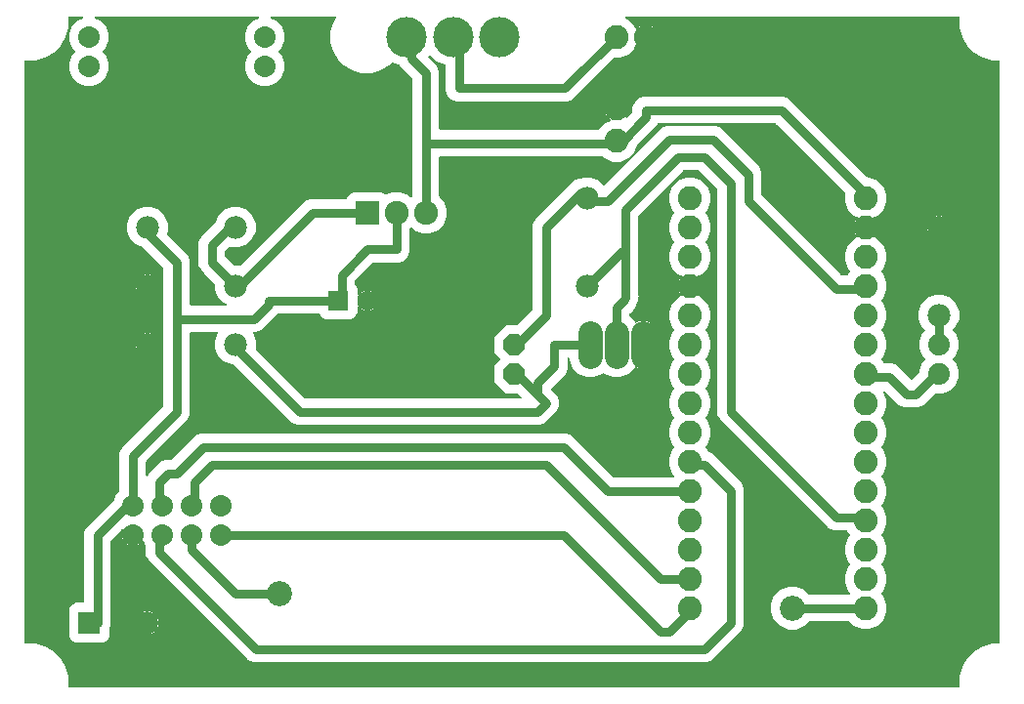
<source format=gbr>
G04 EAGLE Gerber RS-274X export*
G75*
%MOMM*%
%FSLAX34Y34*%
%LPD*%
%INBottom Copper*%
%IPPOS*%
%AMOC8*
5,1,8,0,0,1.08239X$1,22.5*%
G01*
%ADD10C,2.082800*%
%ADD11R,1.766800X1.766800*%
%ADD12C,1.766800*%
%ADD13C,1.879600*%
%ADD14C,2.082800*%
%ADD15C,1.966800*%
%ADD16C,1.866800*%
%ADD17P,2.020606X8X292.500000*%
%ADD18C,3.500000*%
%ADD19R,2.066800X2.066800*%
%ADD20C,2.066800*%
%ADD21R,1.966800X1.966800*%
%ADD22C,0.762000*%
%ADD23C,2.170000*%

G36*
X830038Y20324D02*
X830038Y20324D01*
X830057Y20322D01*
X830159Y20344D01*
X830261Y20360D01*
X830278Y20370D01*
X830298Y20374D01*
X830387Y20427D01*
X830478Y20476D01*
X830492Y20490D01*
X830509Y20500D01*
X830576Y20579D01*
X830648Y20654D01*
X830656Y20672D01*
X830669Y20687D01*
X830708Y20783D01*
X830751Y20877D01*
X830753Y20897D01*
X830761Y20915D01*
X830779Y21082D01*
X830779Y29721D01*
X833016Y38068D01*
X837337Y45552D01*
X843448Y51663D01*
X850932Y55984D01*
X859279Y58221D01*
X864618Y58221D01*
X864638Y58224D01*
X864657Y58222D01*
X864759Y58244D01*
X864861Y58260D01*
X864878Y58270D01*
X864898Y58274D01*
X864987Y58327D01*
X865078Y58376D01*
X865092Y58390D01*
X865109Y58400D01*
X865176Y58479D01*
X865248Y58554D01*
X865256Y58572D01*
X865269Y58587D01*
X865308Y58683D01*
X865351Y58777D01*
X865353Y58797D01*
X865361Y58815D01*
X865379Y58982D01*
X865379Y563318D01*
X865376Y563338D01*
X865378Y563357D01*
X865356Y563459D01*
X865340Y563561D01*
X865330Y563578D01*
X865326Y563598D01*
X865273Y563687D01*
X865224Y563778D01*
X865210Y563792D01*
X865200Y563809D01*
X865121Y563876D01*
X865046Y563948D01*
X865028Y563956D01*
X865013Y563969D01*
X864917Y564008D01*
X864823Y564051D01*
X864803Y564053D01*
X864785Y564061D01*
X864618Y564079D01*
X859279Y564079D01*
X850932Y566316D01*
X843448Y570637D01*
X837337Y576748D01*
X833016Y584232D01*
X830779Y592579D01*
X830779Y601118D01*
X830776Y601138D01*
X830778Y601157D01*
X830756Y601259D01*
X830740Y601361D01*
X830730Y601378D01*
X830726Y601398D01*
X830673Y601487D01*
X830624Y601578D01*
X830610Y601592D01*
X830600Y601609D01*
X830521Y601676D01*
X830446Y601748D01*
X830428Y601756D01*
X830413Y601769D01*
X830317Y601808D01*
X830223Y601851D01*
X830203Y601853D01*
X830185Y601861D01*
X830018Y601879D01*
X541672Y601879D01*
X541576Y601864D01*
X541479Y601854D01*
X541456Y601844D01*
X541430Y601840D01*
X541344Y601794D01*
X541255Y601754D01*
X541235Y601737D01*
X541212Y601724D01*
X541145Y601654D01*
X541074Y601588D01*
X541061Y601565D01*
X541043Y601546D01*
X541002Y601458D01*
X540955Y601372D01*
X540950Y601347D01*
X540939Y601323D01*
X540929Y601226D01*
X540911Y601130D01*
X540915Y601104D01*
X540912Y601079D01*
X540933Y600983D01*
X540947Y600887D01*
X540959Y600864D01*
X540965Y600838D01*
X541014Y600755D01*
X541059Y600668D01*
X541077Y600649D01*
X541091Y600627D01*
X541165Y600564D01*
X541234Y600496D01*
X541263Y600480D01*
X541278Y600467D01*
X541308Y600455D01*
X541381Y600415D01*
X543616Y599489D01*
X548689Y594416D01*
X549893Y591510D01*
X549917Y591471D01*
X549933Y591428D01*
X549981Y591367D01*
X550022Y591301D01*
X550058Y591272D01*
X550086Y591236D01*
X550152Y591194D01*
X550212Y591144D01*
X550255Y591128D01*
X550293Y591103D01*
X550369Y591084D01*
X550441Y591056D01*
X550487Y591054D01*
X550532Y591043D01*
X550609Y591049D01*
X550687Y591046D01*
X550731Y591058D01*
X550777Y591062D01*
X550849Y591092D01*
X550923Y591114D01*
X550961Y591140D01*
X551003Y591158D01*
X551110Y591244D01*
X551125Y591254D01*
X551128Y591258D01*
X551134Y591263D01*
X552015Y592144D01*
X553341Y593107D01*
X554802Y593852D01*
X556361Y594358D01*
X557277Y594503D01*
X557277Y584962D01*
X557280Y584942D01*
X557278Y584923D01*
X557300Y584821D01*
X557317Y584719D01*
X557326Y584702D01*
X557330Y584682D01*
X557383Y584593D01*
X557432Y584502D01*
X557446Y584488D01*
X557456Y584471D01*
X557535Y584404D01*
X557610Y584333D01*
X557628Y584324D01*
X557643Y584311D01*
X557739Y584273D01*
X557833Y584229D01*
X557853Y584227D01*
X557871Y584219D01*
X558038Y584201D01*
X558801Y584201D01*
X558801Y584199D01*
X558038Y584199D01*
X558018Y584196D01*
X557999Y584198D01*
X557897Y584176D01*
X557795Y584159D01*
X557778Y584150D01*
X557758Y584146D01*
X557669Y584093D01*
X557578Y584044D01*
X557564Y584030D01*
X557547Y584020D01*
X557480Y583941D01*
X557409Y583866D01*
X557400Y583848D01*
X557387Y583833D01*
X557348Y583737D01*
X557305Y583643D01*
X557303Y583623D01*
X557295Y583605D01*
X557277Y583438D01*
X557277Y573897D01*
X556361Y574042D01*
X554802Y574548D01*
X553341Y575293D01*
X552015Y576256D01*
X551134Y577137D01*
X551097Y577164D01*
X551066Y577198D01*
X550998Y577235D01*
X550935Y577281D01*
X550891Y577294D01*
X550851Y577316D01*
X550774Y577330D01*
X550700Y577353D01*
X550654Y577352D01*
X550608Y577360D01*
X550531Y577349D01*
X550454Y577347D01*
X550410Y577331D01*
X550365Y577324D01*
X550296Y577289D01*
X550223Y577262D01*
X550187Y577233D01*
X550146Y577213D01*
X550091Y577157D01*
X550031Y577108D01*
X550006Y577070D01*
X549974Y577037D01*
X549908Y576917D01*
X549898Y576901D01*
X549896Y576897D01*
X549893Y576890D01*
X548689Y573984D01*
X543616Y568911D01*
X536987Y566165D01*
X531846Y566165D01*
X531756Y566151D01*
X531665Y566143D01*
X531635Y566131D01*
X531603Y566126D01*
X531523Y566083D01*
X531439Y566047D01*
X531407Y566021D01*
X531386Y566010D01*
X531364Y565987D01*
X531308Y565942D01*
X495425Y530060D01*
X491224Y528319D01*
X394601Y528319D01*
X390400Y530060D01*
X387185Y533275D01*
X385444Y537476D01*
X385444Y559312D01*
X385443Y559321D01*
X385443Y559325D01*
X385439Y559346D01*
X385437Y559355D01*
X385439Y559399D01*
X385417Y559476D01*
X385405Y559555D01*
X385384Y559593D01*
X385372Y559636D01*
X385327Y559702D01*
X385289Y559772D01*
X385258Y559802D01*
X385233Y559838D01*
X385169Y559886D01*
X385111Y559941D01*
X385071Y559960D01*
X385036Y559986D01*
X384900Y560039D01*
X384888Y560045D01*
X384885Y560045D01*
X384880Y560047D01*
X382104Y560791D01*
X376376Y564098D01*
X372338Y568136D01*
X372322Y568147D01*
X372310Y568163D01*
X372222Y568219D01*
X372139Y568279D01*
X372120Y568285D01*
X372103Y568296D01*
X372002Y568321D01*
X371903Y568352D01*
X371884Y568351D01*
X371864Y568356D01*
X371761Y568348D01*
X371658Y568345D01*
X371639Y568338D01*
X371619Y568337D01*
X371524Y568296D01*
X371427Y568261D01*
X371411Y568248D01*
X371393Y568240D01*
X371262Y568136D01*
X370559Y567433D01*
X370547Y567417D01*
X370532Y567404D01*
X370503Y567360D01*
X370471Y567326D01*
X370451Y567283D01*
X370416Y567233D01*
X370410Y567214D01*
X370399Y567197D01*
X370384Y567138D01*
X370368Y567103D01*
X370363Y567064D01*
X370343Y566998D01*
X370344Y566978D01*
X370339Y566959D01*
X370344Y566890D01*
X370341Y566859D01*
X370348Y566827D01*
X370350Y566752D01*
X370356Y566734D01*
X370358Y566714D01*
X370387Y566645D01*
X370393Y566618D01*
X370407Y566595D01*
X370434Y566521D01*
X370446Y566506D01*
X370454Y566487D01*
X370559Y566356D01*
X377990Y558925D01*
X379731Y554724D01*
X379731Y504317D01*
X379734Y504297D01*
X379732Y504278D01*
X379754Y504176D01*
X379770Y504074D01*
X379780Y504057D01*
X379784Y504037D01*
X379837Y503948D01*
X379886Y503857D01*
X379900Y503843D01*
X379910Y503826D01*
X379989Y503759D01*
X380064Y503687D01*
X380082Y503679D01*
X380097Y503666D01*
X380193Y503627D01*
X380287Y503584D01*
X380307Y503582D01*
X380325Y503574D01*
X380492Y503556D01*
X517316Y503556D01*
X517432Y503575D01*
X517547Y503592D01*
X517553Y503594D01*
X517559Y503595D01*
X517662Y503650D01*
X517767Y503703D01*
X517771Y503708D01*
X517777Y503711D01*
X517857Y503795D01*
X517939Y503879D01*
X517942Y503885D01*
X517946Y503889D01*
X517954Y503906D01*
X518020Y504026D01*
X518111Y504246D01*
X523184Y509319D01*
X528335Y511453D01*
X528371Y511475D01*
X528410Y511489D01*
X528475Y511539D01*
X528544Y511582D01*
X528571Y511615D01*
X528604Y511641D01*
X528649Y511709D01*
X528701Y511772D01*
X528716Y511811D01*
X528739Y511846D01*
X528760Y511925D01*
X528789Y512001D01*
X528791Y512043D01*
X528802Y512084D01*
X528796Y512166D01*
X528800Y512247D01*
X528788Y512288D01*
X528785Y512329D01*
X528754Y512405D01*
X528731Y512483D01*
X528707Y512518D01*
X528691Y512557D01*
X528637Y512618D01*
X528591Y512685D01*
X528557Y512711D01*
X528530Y512742D01*
X528400Y512827D01*
X528393Y512832D01*
X528392Y512833D01*
X528389Y512834D01*
X527941Y513063D01*
X526615Y514026D01*
X525456Y515185D01*
X524493Y516511D01*
X523748Y517972D01*
X523242Y519531D01*
X523097Y520447D01*
X532638Y520447D01*
X532658Y520450D01*
X532677Y520448D01*
X532779Y520470D01*
X532881Y520487D01*
X532898Y520496D01*
X532918Y520500D01*
X533007Y520553D01*
X533098Y520602D01*
X533112Y520616D01*
X533129Y520626D01*
X533196Y520705D01*
X533267Y520780D01*
X533276Y520798D01*
X533289Y520813D01*
X533327Y520909D01*
X533371Y521003D01*
X533373Y521023D01*
X533381Y521041D01*
X533399Y521208D01*
X533399Y521971D01*
X533401Y521971D01*
X533401Y521208D01*
X533403Y521194D01*
X533402Y521184D01*
X533403Y521179D01*
X533402Y521169D01*
X533424Y521067D01*
X533441Y520965D01*
X533450Y520948D01*
X533454Y520928D01*
X533507Y520839D01*
X533556Y520748D01*
X533570Y520734D01*
X533580Y520717D01*
X533659Y520650D01*
X533734Y520579D01*
X533752Y520570D01*
X533767Y520557D01*
X533863Y520518D01*
X533957Y520475D01*
X533977Y520473D01*
X533995Y520465D01*
X534162Y520447D01*
X543703Y520447D01*
X543558Y519531D01*
X543052Y517972D01*
X542307Y516511D01*
X541381Y515236D01*
X541352Y515179D01*
X541315Y515128D01*
X541298Y515070D01*
X541271Y515017D01*
X541262Y514953D01*
X541243Y514892D01*
X541244Y514833D01*
X541236Y514773D01*
X541248Y514710D01*
X541249Y514647D01*
X541270Y514590D01*
X541281Y514531D01*
X541312Y514476D01*
X541334Y514416D01*
X541371Y514369D01*
X541400Y514316D01*
X541447Y514273D01*
X541487Y514224D01*
X541538Y514191D01*
X541582Y514151D01*
X541641Y514125D01*
X541694Y514091D01*
X541752Y514076D01*
X541807Y514052D01*
X541871Y514046D01*
X541933Y514030D01*
X541992Y514035D01*
X542052Y514030D01*
X542114Y514045D01*
X542178Y514050D01*
X542233Y514073D01*
X542291Y514087D01*
X542346Y514121D01*
X542404Y514146D01*
X542472Y514200D01*
X542500Y514218D01*
X542516Y514236D01*
X542535Y514251D01*
X547146Y518862D01*
X547199Y518936D01*
X547259Y519005D01*
X547271Y519035D01*
X547290Y519062D01*
X547317Y519149D01*
X547351Y519233D01*
X547355Y519274D01*
X547362Y519297D01*
X547361Y519329D01*
X547369Y519400D01*
X547369Y522974D01*
X549110Y527175D01*
X552325Y530390D01*
X556526Y532131D01*
X678549Y532131D01*
X682750Y530390D01*
X750383Y462758D01*
X750457Y462705D01*
X750526Y462645D01*
X750556Y462633D01*
X750583Y462614D01*
X750669Y462587D01*
X750754Y462553D01*
X750795Y462549D01*
X750818Y462542D01*
X750850Y462543D01*
X750921Y462535D01*
X752887Y462535D01*
X759516Y459789D01*
X764589Y454716D01*
X767335Y448087D01*
X767335Y440913D01*
X764589Y434284D01*
X759516Y429211D01*
X756610Y428007D01*
X756571Y427983D01*
X756528Y427967D01*
X756467Y427919D01*
X756401Y427878D01*
X756372Y427842D01*
X756336Y427814D01*
X756294Y427748D01*
X756244Y427688D01*
X756228Y427645D01*
X756203Y427607D01*
X756184Y427531D01*
X756156Y427459D01*
X756154Y427413D01*
X756143Y427368D01*
X756149Y427291D01*
X756146Y427213D01*
X756158Y427169D01*
X756162Y427123D01*
X756192Y427051D01*
X756214Y426977D01*
X756240Y426939D01*
X756258Y426897D01*
X756344Y426790D01*
X756354Y426775D01*
X756358Y426772D01*
X756363Y426766D01*
X757244Y425885D01*
X758207Y424559D01*
X758952Y423098D01*
X759458Y421539D01*
X759603Y420623D01*
X750062Y420623D01*
X750042Y420620D01*
X750023Y420622D01*
X749921Y420600D01*
X749819Y420583D01*
X749802Y420574D01*
X749782Y420570D01*
X749693Y420517D01*
X749602Y420468D01*
X749588Y420454D01*
X749571Y420444D01*
X749504Y420365D01*
X749433Y420290D01*
X749424Y420272D01*
X749411Y420257D01*
X749373Y420161D01*
X749329Y420067D01*
X749327Y420047D01*
X749319Y420029D01*
X749301Y419862D01*
X749301Y418338D01*
X749304Y418318D01*
X749302Y418299D01*
X749324Y418197D01*
X749341Y418095D01*
X749350Y418078D01*
X749354Y418058D01*
X749407Y417969D01*
X749456Y417878D01*
X749470Y417864D01*
X749480Y417847D01*
X749559Y417780D01*
X749634Y417709D01*
X749652Y417700D01*
X749667Y417687D01*
X749763Y417648D01*
X749857Y417605D01*
X749877Y417603D01*
X749895Y417595D01*
X750062Y417577D01*
X759603Y417577D01*
X759458Y416661D01*
X758952Y415102D01*
X758207Y413641D01*
X757244Y412315D01*
X756363Y411434D01*
X756336Y411397D01*
X756302Y411366D01*
X756265Y411298D01*
X756219Y411235D01*
X756206Y411191D01*
X756184Y411151D01*
X756170Y411074D01*
X756147Y411000D01*
X756148Y410954D01*
X756140Y410908D01*
X756151Y410831D01*
X756153Y410754D01*
X756169Y410711D01*
X756176Y410665D01*
X756211Y410596D01*
X756238Y410523D01*
X756267Y410487D01*
X756287Y410446D01*
X756343Y410391D01*
X756392Y410331D01*
X756430Y410306D01*
X756463Y410274D01*
X756583Y410208D01*
X756599Y410198D01*
X756603Y410196D01*
X756610Y410193D01*
X759516Y408989D01*
X764589Y403916D01*
X767335Y397287D01*
X767335Y390113D01*
X764589Y383484D01*
X762643Y381538D01*
X762632Y381522D01*
X762616Y381510D01*
X762560Y381422D01*
X762500Y381339D01*
X762494Y381320D01*
X762483Y381303D01*
X762458Y381202D01*
X762427Y381103D01*
X762428Y381084D01*
X762423Y381064D01*
X762431Y380961D01*
X762434Y380858D01*
X762441Y380839D01*
X762442Y380819D01*
X762482Y380724D01*
X762518Y380627D01*
X762531Y380611D01*
X762538Y380593D01*
X762643Y380462D01*
X764589Y378516D01*
X767335Y371887D01*
X767335Y364713D01*
X764589Y358084D01*
X762643Y356138D01*
X762632Y356122D01*
X762616Y356110D01*
X762560Y356022D01*
X762500Y355939D01*
X762494Y355920D01*
X762483Y355903D01*
X762458Y355802D01*
X762427Y355703D01*
X762428Y355684D01*
X762423Y355664D01*
X762431Y355561D01*
X762434Y355458D01*
X762441Y355439D01*
X762442Y355419D01*
X762482Y355324D01*
X762518Y355227D01*
X762531Y355211D01*
X762538Y355193D01*
X762643Y355062D01*
X764589Y353116D01*
X767335Y346487D01*
X767335Y339313D01*
X764589Y332684D01*
X762643Y330738D01*
X762632Y330722D01*
X762616Y330710D01*
X762560Y330622D01*
X762500Y330539D01*
X762494Y330520D01*
X762483Y330503D01*
X762458Y330402D01*
X762427Y330303D01*
X762428Y330284D01*
X762423Y330264D01*
X762431Y330161D01*
X762434Y330058D01*
X762441Y330039D01*
X762442Y330019D01*
X762482Y329924D01*
X762518Y329827D01*
X762531Y329811D01*
X762538Y329793D01*
X762643Y329662D01*
X764589Y327716D01*
X767335Y321087D01*
X767335Y313913D01*
X764589Y307284D01*
X762643Y305338D01*
X762632Y305322D01*
X762616Y305310D01*
X762560Y305222D01*
X762500Y305139D01*
X762494Y305120D01*
X762483Y305103D01*
X762458Y305002D01*
X762427Y304903D01*
X762428Y304884D01*
X762423Y304864D01*
X762431Y304761D01*
X762434Y304658D01*
X762441Y304639D01*
X762442Y304619D01*
X762482Y304524D01*
X762518Y304427D01*
X762531Y304411D01*
X762538Y304393D01*
X762643Y304262D01*
X764589Y302316D01*
X764943Y301461D01*
X765005Y301361D01*
X765065Y301261D01*
X765070Y301257D01*
X765073Y301252D01*
X765163Y301177D01*
X765252Y301101D01*
X765258Y301099D01*
X765262Y301095D01*
X765371Y301053D01*
X765480Y301009D01*
X765487Y301008D01*
X765492Y301007D01*
X765510Y301006D01*
X765647Y300991D01*
X771894Y300991D01*
X776095Y299250D01*
X788132Y287214D01*
X788148Y287202D01*
X788160Y287187D01*
X788248Y287130D01*
X788331Y287070D01*
X788350Y287064D01*
X788367Y287054D01*
X788468Y287028D01*
X788567Y286998D01*
X788586Y286998D01*
X788606Y286994D01*
X788709Y287002D01*
X788812Y287004D01*
X788831Y287011D01*
X788851Y287013D01*
X788946Y287053D01*
X789043Y287089D01*
X789059Y287101D01*
X789077Y287109D01*
X789208Y287214D01*
X795558Y293564D01*
X795611Y293638D01*
X795671Y293707D01*
X795683Y293737D01*
X795702Y293764D01*
X795729Y293850D01*
X795763Y293935D01*
X795767Y293976D01*
X795774Y293999D01*
X795773Y294031D01*
X795781Y294102D01*
X795781Y295485D01*
X798372Y301740D01*
X800894Y304262D01*
X800905Y304278D01*
X800921Y304290D01*
X800977Y304377D01*
X801037Y304461D01*
X801043Y304480D01*
X801054Y304497D01*
X801079Y304598D01*
X801110Y304697D01*
X801109Y304716D01*
X801114Y304736D01*
X801106Y304839D01*
X801103Y304942D01*
X801096Y304961D01*
X801095Y304981D01*
X801054Y305076D01*
X801019Y305173D01*
X801006Y305189D01*
X800998Y305207D01*
X800894Y305338D01*
X798372Y307860D01*
X795781Y314115D01*
X795781Y320885D01*
X798372Y327140D01*
X800585Y329353D01*
X800597Y329370D01*
X800612Y329382D01*
X800669Y329469D01*
X800729Y329553D01*
X800735Y329572D01*
X800745Y329589D01*
X800771Y329689D01*
X800801Y329788D01*
X800801Y329808D01*
X800806Y329827D01*
X800798Y329930D01*
X800795Y330034D01*
X800788Y330053D01*
X800786Y330073D01*
X800746Y330168D01*
X800710Y330265D01*
X800698Y330281D01*
X800690Y330299D01*
X800585Y330430D01*
X798003Y333013D01*
X795345Y339428D01*
X795345Y346372D01*
X798003Y352787D01*
X802913Y357697D01*
X809328Y360355D01*
X816272Y360355D01*
X822687Y357697D01*
X827597Y352787D01*
X830255Y346372D01*
X830255Y339428D01*
X827597Y333013D01*
X825015Y330430D01*
X825003Y330414D01*
X824988Y330401D01*
X824931Y330314D01*
X824871Y330230D01*
X824865Y330211D01*
X824855Y330194D01*
X824829Y330094D01*
X824799Y329995D01*
X824799Y329975D01*
X824794Y329956D01*
X824802Y329853D01*
X824805Y329749D01*
X824812Y329731D01*
X824814Y329711D01*
X824854Y329616D01*
X824890Y329518D01*
X824902Y329503D01*
X824910Y329484D01*
X825015Y329353D01*
X827228Y327140D01*
X829819Y320885D01*
X829819Y314115D01*
X827228Y307860D01*
X824706Y305338D01*
X824695Y305322D01*
X824679Y305310D01*
X824623Y305222D01*
X824563Y305139D01*
X824557Y305120D01*
X824546Y305103D01*
X824521Y305002D01*
X824490Y304903D01*
X824491Y304884D01*
X824486Y304864D01*
X824494Y304761D01*
X824497Y304658D01*
X824504Y304639D01*
X824505Y304619D01*
X824546Y304524D01*
X824581Y304427D01*
X824594Y304411D01*
X824602Y304393D01*
X824706Y304262D01*
X827228Y301740D01*
X829819Y295485D01*
X829819Y288715D01*
X827228Y282460D01*
X822440Y277672D01*
X816185Y275081D01*
X809722Y275081D01*
X809632Y275067D01*
X809541Y275059D01*
X809511Y275047D01*
X809479Y275042D01*
X809399Y274999D01*
X809315Y274963D01*
X809283Y274937D01*
X809262Y274926D01*
X809240Y274903D01*
X809184Y274858D01*
X798955Y264630D01*
X794754Y262889D01*
X782586Y262889D01*
X778385Y264630D01*
X766228Y276787D01*
X766149Y276844D01*
X766074Y276906D01*
X766049Y276915D01*
X766028Y276930D01*
X765935Y276959D01*
X765844Y276994D01*
X765818Y276995D01*
X765793Y277003D01*
X765696Y277000D01*
X765598Y277004D01*
X765573Y276997D01*
X765547Y276996D01*
X765456Y276963D01*
X765362Y276936D01*
X765341Y276921D01*
X765316Y276912D01*
X765240Y276851D01*
X765160Y276795D01*
X765144Y276774D01*
X765124Y276758D01*
X765071Y276676D01*
X765013Y276598D01*
X765005Y276573D01*
X764991Y276551D01*
X764967Y276457D01*
X764937Y276364D01*
X764937Y276338D01*
X764931Y276313D01*
X764939Y276216D01*
X764939Y276118D01*
X764949Y276087D01*
X764950Y276067D01*
X764963Y276037D01*
X764986Y275957D01*
X767335Y270287D01*
X767335Y263113D01*
X764589Y256484D01*
X762643Y254538D01*
X762632Y254522D01*
X762616Y254510D01*
X762585Y254462D01*
X762576Y254453D01*
X762569Y254437D01*
X762560Y254422D01*
X762500Y254339D01*
X762494Y254320D01*
X762483Y254303D01*
X762458Y254202D01*
X762427Y254103D01*
X762428Y254084D01*
X762423Y254064D01*
X762431Y253961D01*
X762434Y253858D01*
X762441Y253839D01*
X762442Y253819D01*
X762482Y253724D01*
X762518Y253627D01*
X762531Y253611D01*
X762538Y253593D01*
X762643Y253462D01*
X764589Y251516D01*
X767335Y244887D01*
X767335Y237713D01*
X764589Y231084D01*
X762643Y229138D01*
X762632Y229122D01*
X762616Y229110D01*
X762560Y229022D01*
X762500Y228939D01*
X762494Y228920D01*
X762483Y228903D01*
X762458Y228802D01*
X762427Y228703D01*
X762428Y228684D01*
X762423Y228664D01*
X762431Y228561D01*
X762434Y228458D01*
X762441Y228439D01*
X762442Y228419D01*
X762482Y228324D01*
X762518Y228227D01*
X762531Y228211D01*
X762538Y228193D01*
X762643Y228062D01*
X764589Y226116D01*
X767335Y219487D01*
X767335Y212313D01*
X764589Y205684D01*
X762643Y203738D01*
X762632Y203722D01*
X762616Y203710D01*
X762560Y203622D01*
X762500Y203539D01*
X762494Y203520D01*
X762483Y203503D01*
X762458Y203402D01*
X762427Y203303D01*
X762428Y203284D01*
X762423Y203264D01*
X762431Y203161D01*
X762434Y203058D01*
X762441Y203039D01*
X762442Y203019D01*
X762482Y202924D01*
X762518Y202827D01*
X762531Y202811D01*
X762538Y202793D01*
X762643Y202662D01*
X764589Y200716D01*
X767335Y194087D01*
X767335Y186913D01*
X764589Y180284D01*
X762643Y178338D01*
X762632Y178322D01*
X762616Y178310D01*
X762560Y178222D01*
X762500Y178139D01*
X762494Y178120D01*
X762483Y178103D01*
X762458Y178002D01*
X762427Y177903D01*
X762428Y177884D01*
X762423Y177864D01*
X762431Y177761D01*
X762434Y177658D01*
X762441Y177639D01*
X762442Y177619D01*
X762482Y177524D01*
X762518Y177427D01*
X762531Y177411D01*
X762538Y177393D01*
X762643Y177262D01*
X764589Y175316D01*
X767335Y168687D01*
X767335Y161513D01*
X764589Y154884D01*
X762643Y152938D01*
X762632Y152922D01*
X762616Y152910D01*
X762560Y152822D01*
X762500Y152739D01*
X762494Y152720D01*
X762483Y152703D01*
X762458Y152602D01*
X762427Y152503D01*
X762428Y152484D01*
X762423Y152464D01*
X762431Y152361D01*
X762434Y152258D01*
X762441Y152239D01*
X762442Y152219D01*
X762482Y152124D01*
X762518Y152027D01*
X762531Y152011D01*
X762538Y151993D01*
X762643Y151862D01*
X764589Y149916D01*
X767335Y143287D01*
X767335Y136113D01*
X764589Y129484D01*
X762643Y127538D01*
X762632Y127522D01*
X762616Y127510D01*
X762560Y127422D01*
X762500Y127339D01*
X762494Y127320D01*
X762483Y127303D01*
X762458Y127202D01*
X762427Y127103D01*
X762428Y127084D01*
X762423Y127064D01*
X762431Y126961D01*
X762434Y126858D01*
X762441Y126839D01*
X762442Y126819D01*
X762482Y126724D01*
X762518Y126627D01*
X762531Y126611D01*
X762538Y126593D01*
X762643Y126462D01*
X764589Y124516D01*
X767335Y117887D01*
X767335Y110713D01*
X764589Y104084D01*
X762643Y102138D01*
X762632Y102122D01*
X762616Y102110D01*
X762560Y102022D01*
X762500Y101939D01*
X762494Y101920D01*
X762483Y101903D01*
X762458Y101802D01*
X762427Y101703D01*
X762428Y101684D01*
X762423Y101664D01*
X762431Y101561D01*
X762434Y101458D01*
X762441Y101439D01*
X762442Y101419D01*
X762482Y101324D01*
X762518Y101227D01*
X762531Y101211D01*
X762538Y101193D01*
X762643Y101062D01*
X764589Y99116D01*
X767335Y92487D01*
X767335Y85313D01*
X764589Y78684D01*
X759516Y73611D01*
X752887Y70865D01*
X745713Y70865D01*
X739084Y73611D01*
X735449Y77246D01*
X735375Y77299D01*
X735305Y77359D01*
X735275Y77371D01*
X735249Y77390D01*
X735162Y77417D01*
X735077Y77451D01*
X735036Y77455D01*
X735014Y77462D01*
X734982Y77461D01*
X734910Y77469D01*
X700806Y77469D01*
X700716Y77455D01*
X700625Y77447D01*
X700595Y77435D01*
X700563Y77430D01*
X700483Y77387D01*
X700399Y77351D01*
X700367Y77325D01*
X700346Y77314D01*
X700324Y77291D01*
X700268Y77246D01*
X696263Y73241D01*
X689474Y70429D01*
X682126Y70429D01*
X675337Y73241D01*
X670141Y78437D01*
X667329Y85226D01*
X667329Y92574D01*
X670141Y99363D01*
X675337Y104559D01*
X682126Y107371D01*
X689474Y107371D01*
X696263Y104559D01*
X700268Y100554D01*
X700342Y100501D01*
X700411Y100441D01*
X700441Y100429D01*
X700468Y100410D01*
X700555Y100383D01*
X700639Y100349D01*
X700680Y100345D01*
X700703Y100338D01*
X700735Y100339D01*
X700806Y100331D01*
X734910Y100331D01*
X735001Y100345D01*
X735092Y100353D01*
X735121Y100365D01*
X735153Y100370D01*
X735234Y100413D01*
X735318Y100449D01*
X735350Y100475D01*
X735371Y100486D01*
X735393Y100509D01*
X735449Y100554D01*
X735957Y101062D01*
X735968Y101078D01*
X735984Y101090D01*
X736040Y101177D01*
X736100Y101261D01*
X736106Y101281D01*
X736117Y101297D01*
X736142Y101398D01*
X736173Y101497D01*
X736172Y101516D01*
X736177Y101536D01*
X736169Y101639D01*
X736166Y101742D01*
X736159Y101761D01*
X736158Y101781D01*
X736117Y101876D01*
X736082Y101973D01*
X736069Y101989D01*
X736062Y102007D01*
X735957Y102138D01*
X734011Y104084D01*
X731265Y110713D01*
X731265Y117887D01*
X734011Y124516D01*
X735957Y126462D01*
X735968Y126478D01*
X735984Y126490D01*
X736040Y126578D01*
X736100Y126661D01*
X736106Y126680D01*
X736117Y126697D01*
X736142Y126798D01*
X736173Y126897D01*
X736172Y126916D01*
X736177Y126936D01*
X736169Y127039D01*
X736166Y127142D01*
X736159Y127161D01*
X736158Y127181D01*
X736118Y127276D01*
X736082Y127373D01*
X736069Y127389D01*
X736062Y127407D01*
X735957Y127538D01*
X734011Y129484D01*
X731265Y136113D01*
X731265Y143287D01*
X734011Y149916D01*
X735957Y151862D01*
X735968Y151878D01*
X735984Y151890D01*
X736040Y151978D01*
X736100Y152061D01*
X736106Y152080D01*
X736117Y152097D01*
X736142Y152198D01*
X736173Y152297D01*
X736172Y152316D01*
X736177Y152336D01*
X736169Y152439D01*
X736166Y152542D01*
X736159Y152561D01*
X736158Y152581D01*
X736118Y152676D01*
X736082Y152773D01*
X736069Y152789D01*
X736062Y152807D01*
X735957Y152938D01*
X734011Y154884D01*
X733657Y155739D01*
X733595Y155839D01*
X733535Y155939D01*
X733530Y155943D01*
X733527Y155948D01*
X733437Y156023D01*
X733348Y156099D01*
X733342Y156101D01*
X733338Y156105D01*
X733229Y156147D01*
X733120Y156191D01*
X733113Y156192D01*
X733108Y156193D01*
X733090Y156194D01*
X732953Y156209D01*
X721626Y156209D01*
X717425Y157950D01*
X622770Y252605D01*
X621029Y256806D01*
X621029Y452150D01*
X621015Y452240D01*
X621007Y452331D01*
X620995Y452361D01*
X620990Y452393D01*
X620947Y452473D01*
X620911Y452557D01*
X620885Y452589D01*
X620874Y452610D01*
X620851Y452632D01*
X620806Y452688D01*
X605088Y468406D01*
X605014Y468459D01*
X604945Y468519D01*
X604915Y468531D01*
X604888Y468550D01*
X604802Y468577D01*
X604717Y468611D01*
X604676Y468615D01*
X604653Y468622D01*
X604621Y468621D01*
X604550Y468629D01*
X591790Y468629D01*
X591700Y468615D01*
X591609Y468607D01*
X591579Y468595D01*
X591547Y468590D01*
X591467Y468547D01*
X591383Y468511D01*
X591351Y468485D01*
X591330Y468474D01*
X591308Y468451D01*
X591252Y468406D01*
X552674Y429828D01*
X552621Y429754D01*
X552561Y429685D01*
X552549Y429655D01*
X552530Y429628D01*
X552503Y429542D01*
X552469Y429457D01*
X552465Y429416D01*
X552458Y429393D01*
X552459Y429361D01*
X552451Y429290D01*
X552451Y360119D01*
X552457Y360080D01*
X552455Y360042D01*
X552490Y359878D01*
X552583Y359598D01*
X552453Y357761D01*
X552454Y357741D01*
X552451Y357707D01*
X552451Y355866D01*
X552338Y355594D01*
X552329Y355556D01*
X552312Y355521D01*
X552282Y355356D01*
X552261Y355062D01*
X551437Y353415D01*
X551431Y353396D01*
X551415Y353366D01*
X550710Y351665D01*
X550502Y351456D01*
X550479Y351425D01*
X550450Y351399D01*
X550359Y351258D01*
X550167Y350875D01*
X550161Y350856D01*
X550145Y350826D01*
X549440Y349125D01*
X549232Y348916D01*
X549209Y348885D01*
X549180Y348859D01*
X549089Y348718D01*
X548957Y348454D01*
X547566Y347248D01*
X547553Y347232D01*
X547527Y347211D01*
X545054Y344738D01*
X545001Y344664D01*
X544941Y344595D01*
X544929Y344565D01*
X544910Y344538D01*
X544883Y344452D01*
X544849Y344367D01*
X544845Y344326D01*
X544838Y344303D01*
X544839Y344271D01*
X544831Y344200D01*
X544831Y342304D01*
X544832Y342294D01*
X544832Y342290D01*
X544837Y342268D01*
X544845Y342213D01*
X544853Y342123D01*
X544865Y342093D01*
X544870Y342061D01*
X544913Y341980D01*
X544949Y341896D01*
X544975Y341864D01*
X544986Y341843D01*
X545009Y341821D01*
X545054Y341765D01*
X548689Y338130D01*
X549225Y336837D01*
X549282Y336744D01*
X549336Y336649D01*
X549347Y336640D01*
X549354Y336627D01*
X549438Y336558D01*
X549520Y336485D01*
X549533Y336480D01*
X549544Y336471D01*
X549646Y336432D01*
X549746Y336389D01*
X549760Y336388D01*
X549774Y336382D01*
X549882Y336378D01*
X549991Y336369D01*
X550005Y336373D01*
X550019Y336372D01*
X550124Y336402D01*
X550230Y336429D01*
X550245Y336438D01*
X550255Y336441D01*
X550279Y336457D01*
X550376Y336512D01*
X550801Y336821D01*
X552262Y337566D01*
X553821Y338072D01*
X554737Y338217D01*
X554737Y318262D01*
X554740Y318242D01*
X554738Y318223D01*
X554760Y318121D01*
X554777Y318019D01*
X554786Y318002D01*
X554790Y317982D01*
X554843Y317893D01*
X554892Y317802D01*
X554906Y317788D01*
X554916Y317771D01*
X554995Y317704D01*
X555070Y317633D01*
X555088Y317624D01*
X555103Y317611D01*
X555199Y317573D01*
X555293Y317529D01*
X555313Y317527D01*
X555331Y317519D01*
X555498Y317501D01*
X556261Y317501D01*
X556261Y317499D01*
X555498Y317499D01*
X555478Y317496D01*
X555459Y317498D01*
X555357Y317476D01*
X555255Y317459D01*
X555238Y317450D01*
X555218Y317446D01*
X555129Y317393D01*
X555038Y317344D01*
X555024Y317330D01*
X555007Y317320D01*
X554940Y317241D01*
X554869Y317166D01*
X554860Y317148D01*
X554847Y317133D01*
X554808Y317037D01*
X554765Y316943D01*
X554763Y316923D01*
X554755Y316905D01*
X554737Y316738D01*
X554737Y296783D01*
X553821Y296928D01*
X552262Y297434D01*
X550801Y298179D01*
X550376Y298488D01*
X550279Y298537D01*
X550183Y298590D01*
X550168Y298592D01*
X550156Y298599D01*
X550048Y298614D01*
X549941Y298633D01*
X549926Y298631D01*
X549912Y298633D01*
X549805Y298613D01*
X549697Y298598D01*
X549684Y298591D01*
X549670Y298588D01*
X549576Y298536D01*
X549478Y298486D01*
X549468Y298476D01*
X549456Y298469D01*
X549382Y298389D01*
X549306Y298310D01*
X549297Y298295D01*
X549290Y298287D01*
X549278Y298261D01*
X549225Y298163D01*
X548689Y296870D01*
X543616Y291797D01*
X536987Y289051D01*
X529813Y289051D01*
X523184Y291797D01*
X522508Y292473D01*
X522492Y292484D01*
X522480Y292500D01*
X522392Y292556D01*
X522309Y292616D01*
X522290Y292622D01*
X522273Y292633D01*
X522172Y292658D01*
X522073Y292689D01*
X522054Y292688D01*
X522034Y292693D01*
X521931Y292685D01*
X521828Y292682D01*
X521809Y292675D01*
X521789Y292674D01*
X521694Y292634D01*
X521597Y292598D01*
X521581Y292585D01*
X521563Y292578D01*
X521432Y292473D01*
X520756Y291797D01*
X514127Y289051D01*
X506953Y289051D01*
X500324Y291797D01*
X495251Y296870D01*
X492505Y303499D01*
X492505Y305308D01*
X492502Y305328D01*
X492504Y305347D01*
X492482Y305449D01*
X492466Y305551D01*
X492456Y305568D01*
X492452Y305588D01*
X492399Y305677D01*
X492350Y305768D01*
X492336Y305782D01*
X492326Y305799D01*
X492247Y305866D01*
X492172Y305938D01*
X492154Y305946D01*
X492139Y305959D01*
X492043Y305998D01*
X491949Y306041D01*
X491929Y306043D01*
X491911Y306051D01*
X491744Y306069D01*
X491617Y306069D01*
X491597Y306066D01*
X491578Y306068D01*
X491476Y306046D01*
X491374Y306030D01*
X491357Y306020D01*
X491337Y306016D01*
X491248Y305963D01*
X491157Y305914D01*
X491143Y305900D01*
X491126Y305890D01*
X491059Y305811D01*
X490987Y305736D01*
X490979Y305718D01*
X490966Y305703D01*
X490927Y305607D01*
X490884Y305513D01*
X490882Y305493D01*
X490874Y305475D01*
X490856Y305308D01*
X490856Y296176D01*
X489115Y291975D01*
X476791Y279651D01*
X476744Y279585D01*
X476733Y279574D01*
X476731Y279568D01*
X476679Y279507D01*
X476666Y279477D01*
X476648Y279451D01*
X476621Y279364D01*
X476587Y279279D01*
X476582Y279238D01*
X476575Y279216D01*
X476576Y279184D01*
X476568Y279112D01*
X476568Y279053D01*
X476582Y278971D01*
X476582Y278970D01*
X476583Y278962D01*
X476590Y278872D01*
X476603Y278842D01*
X476608Y278810D01*
X476651Y278729D01*
X476686Y278645D01*
X476712Y278613D01*
X476723Y278592D01*
X476746Y278570D01*
X476791Y278514D01*
X478808Y276498D01*
X478808Y276497D01*
X482130Y273175D01*
X483871Y268974D01*
X483871Y264426D01*
X482130Y260225D01*
X471295Y249390D01*
X467094Y247649D01*
X256806Y247649D01*
X252605Y249390D01*
X202172Y299822D01*
X202098Y299875D01*
X202029Y299935D01*
X201999Y299947D01*
X201972Y299966D01*
X201886Y299993D01*
X201801Y300027D01*
X201760Y300031D01*
X201737Y300038D01*
X201705Y300037D01*
X201634Y300045D01*
X199728Y300045D01*
X193313Y302703D01*
X188403Y307613D01*
X185745Y314028D01*
X185745Y320972D01*
X188342Y327242D01*
X188353Y327286D01*
X188372Y327328D01*
X188381Y327405D01*
X188398Y327481D01*
X188394Y327527D01*
X188399Y327572D01*
X188383Y327649D01*
X188375Y327726D01*
X188357Y327768D01*
X188347Y327813D01*
X188307Y327880D01*
X188275Y327951D01*
X188244Y327985D01*
X188221Y328024D01*
X188162Y328075D01*
X188109Y328132D01*
X188069Y328154D01*
X188034Y328184D01*
X187962Y328213D01*
X187893Y328250D01*
X187848Y328259D01*
X187806Y328276D01*
X187670Y328291D01*
X187651Y328294D01*
X187646Y328293D01*
X187639Y328294D01*
X164592Y328294D01*
X164572Y328291D01*
X164553Y328293D01*
X164451Y328271D01*
X164349Y328255D01*
X164332Y328245D01*
X164312Y328241D01*
X164223Y328188D01*
X164132Y328139D01*
X164118Y328125D01*
X164101Y328115D01*
X164034Y328036D01*
X163962Y327961D01*
X163954Y327943D01*
X163941Y327928D01*
X163902Y327832D01*
X163859Y327738D01*
X163857Y327718D01*
X163849Y327700D01*
X163831Y327533D01*
X163831Y256806D01*
X162090Y252605D01*
X125954Y216468D01*
X125907Y216403D01*
X125895Y216390D01*
X125892Y216384D01*
X125841Y216325D01*
X125829Y216295D01*
X125810Y216268D01*
X125783Y216182D01*
X125749Y216097D01*
X125745Y216056D01*
X125738Y216033D01*
X125739Y216001D01*
X125731Y215930D01*
X125731Y204224D01*
X125746Y204128D01*
X125756Y204031D01*
X125766Y204007D01*
X125770Y203982D01*
X125816Y203896D01*
X125856Y203806D01*
X125873Y203787D01*
X125886Y203764D01*
X125956Y203697D01*
X126022Y203625D01*
X126045Y203613D01*
X126064Y203595D01*
X126152Y203554D01*
X126238Y203507D01*
X126263Y203502D01*
X126287Y203491D01*
X126384Y203480D01*
X126480Y203463D01*
X126506Y203467D01*
X126531Y203464D01*
X126627Y203485D01*
X126723Y203499D01*
X126746Y203511D01*
X126772Y203516D01*
X126855Y203566D01*
X126942Y203610D01*
X126961Y203629D01*
X126983Y203642D01*
X127046Y203716D01*
X127114Y203786D01*
X127130Y203815D01*
X127143Y203829D01*
X127155Y203860D01*
X127195Y203933D01*
X127470Y204595D01*
X138305Y215430D01*
X142506Y217171D01*
X147350Y217171D01*
X147440Y217185D01*
X147531Y217193D01*
X147561Y217205D01*
X147593Y217210D01*
X147673Y217253D01*
X147757Y217289D01*
X147789Y217315D01*
X147810Y217326D01*
X147832Y217349D01*
X147888Y217394D01*
X165462Y234968D01*
X165463Y234968D01*
X168785Y238290D01*
X172986Y240031D01*
X489954Y240031D01*
X494155Y238290D01*
X530292Y202154D01*
X530366Y202101D01*
X530435Y202041D01*
X530465Y202029D01*
X530492Y202010D01*
X530578Y201983D01*
X530663Y201949D01*
X530704Y201945D01*
X530727Y201938D01*
X530759Y201939D01*
X530830Y201931D01*
X582510Y201931D01*
X582601Y201945D01*
X582691Y201953D01*
X582721Y201965D01*
X582753Y201970D01*
X582834Y202013D01*
X582918Y202049D01*
X582950Y202075D01*
X582971Y202086D01*
X582993Y202109D01*
X583049Y202154D01*
X583557Y202662D01*
X583568Y202678D01*
X583584Y202690D01*
X583640Y202778D01*
X583700Y202861D01*
X583706Y202880D01*
X583717Y202897D01*
X583742Y202998D01*
X583773Y203097D01*
X583772Y203116D01*
X583777Y203136D01*
X583769Y203239D01*
X583766Y203342D01*
X583759Y203361D01*
X583758Y203381D01*
X583718Y203476D01*
X583682Y203573D01*
X583669Y203589D01*
X583662Y203607D01*
X583557Y203738D01*
X581611Y205684D01*
X578865Y212313D01*
X578865Y219487D01*
X581611Y226116D01*
X583557Y228062D01*
X583568Y228078D01*
X583584Y228090D01*
X583640Y228178D01*
X583700Y228261D01*
X583706Y228280D01*
X583717Y228297D01*
X583742Y228398D01*
X583773Y228497D01*
X583772Y228516D01*
X583777Y228536D01*
X583769Y228639D01*
X583766Y228742D01*
X583759Y228761D01*
X583758Y228781D01*
X583718Y228876D01*
X583682Y228973D01*
X583669Y228989D01*
X583662Y229007D01*
X583557Y229138D01*
X581611Y231084D01*
X578865Y237713D01*
X578865Y244887D01*
X581611Y251516D01*
X583557Y253462D01*
X583568Y253478D01*
X583584Y253490D01*
X583640Y253578D01*
X583700Y253661D01*
X583706Y253680D01*
X583717Y253697D01*
X583742Y253798D01*
X583773Y253897D01*
X583772Y253916D01*
X583777Y253936D01*
X583769Y254039D01*
X583766Y254142D01*
X583759Y254161D01*
X583758Y254181D01*
X583718Y254276D01*
X583682Y254373D01*
X583669Y254389D01*
X583662Y254407D01*
X583578Y254512D01*
X583576Y254515D01*
X583574Y254517D01*
X583557Y254538D01*
X581611Y256484D01*
X578865Y263113D01*
X578865Y270287D01*
X581611Y276916D01*
X583557Y278862D01*
X583568Y278878D01*
X583584Y278890D01*
X583640Y278978D01*
X583700Y279061D01*
X583706Y279080D01*
X583717Y279097D01*
X583742Y279198D01*
X583773Y279297D01*
X583772Y279316D01*
X583777Y279336D01*
X583769Y279439D01*
X583766Y279542D01*
X583759Y279561D01*
X583758Y279581D01*
X583718Y279676D01*
X583682Y279773D01*
X583669Y279789D01*
X583662Y279807D01*
X583557Y279938D01*
X581611Y281884D01*
X578865Y288513D01*
X578865Y295687D01*
X581611Y302316D01*
X583557Y304262D01*
X583568Y304278D01*
X583584Y304290D01*
X583640Y304377D01*
X583700Y304461D01*
X583706Y304480D01*
X583717Y304497D01*
X583742Y304598D01*
X583773Y304697D01*
X583772Y304716D01*
X583777Y304736D01*
X583769Y304839D01*
X583766Y304942D01*
X583759Y304961D01*
X583758Y304981D01*
X583718Y305076D01*
X583682Y305173D01*
X583669Y305189D01*
X583662Y305207D01*
X583557Y305338D01*
X581611Y307284D01*
X578865Y313913D01*
X578865Y321087D01*
X581611Y327716D01*
X583557Y329662D01*
X583568Y329678D01*
X583584Y329690D01*
X583640Y329778D01*
X583700Y329861D01*
X583706Y329880D01*
X583717Y329897D01*
X583742Y329998D01*
X583773Y330097D01*
X583772Y330116D01*
X583777Y330136D01*
X583769Y330239D01*
X583766Y330342D01*
X583759Y330361D01*
X583758Y330381D01*
X583718Y330476D01*
X583682Y330573D01*
X583669Y330589D01*
X583662Y330607D01*
X583557Y330738D01*
X581611Y332684D01*
X578865Y339313D01*
X578865Y346487D01*
X581611Y353116D01*
X586684Y358189D01*
X589590Y359393D01*
X589629Y359417D01*
X589672Y359433D01*
X589733Y359481D01*
X589799Y359522D01*
X589828Y359558D01*
X589864Y359586D01*
X589906Y359652D01*
X589956Y359712D01*
X589972Y359755D01*
X589997Y359793D01*
X590016Y359869D01*
X590044Y359941D01*
X590046Y359987D01*
X590057Y360032D01*
X590051Y360109D01*
X590054Y360187D01*
X590042Y360231D01*
X590038Y360277D01*
X590008Y360349D01*
X589986Y360423D01*
X589960Y360461D01*
X589942Y360503D01*
X589856Y360610D01*
X589846Y360625D01*
X589842Y360628D01*
X589837Y360634D01*
X588956Y361515D01*
X587993Y362841D01*
X587248Y364302D01*
X586742Y365861D01*
X586597Y366777D01*
X596138Y366777D01*
X596158Y366780D01*
X596177Y366778D01*
X596279Y366800D01*
X596381Y366817D01*
X596398Y366826D01*
X596418Y366830D01*
X596507Y366883D01*
X596598Y366932D01*
X596612Y366946D01*
X596629Y366956D01*
X596696Y367035D01*
X596767Y367110D01*
X596776Y367128D01*
X596789Y367143D01*
X596827Y367239D01*
X596871Y367333D01*
X596873Y367353D01*
X596881Y367371D01*
X596899Y367538D01*
X596899Y369062D01*
X596896Y369082D01*
X596898Y369101D01*
X596876Y369203D01*
X596859Y369305D01*
X596850Y369322D01*
X596846Y369342D01*
X596793Y369431D01*
X596744Y369522D01*
X596730Y369536D01*
X596720Y369553D01*
X596641Y369620D01*
X596566Y369691D01*
X596548Y369700D01*
X596533Y369713D01*
X596437Y369752D01*
X596343Y369795D01*
X596323Y369797D01*
X596305Y369805D01*
X596138Y369823D01*
X586597Y369823D01*
X586742Y370739D01*
X587248Y372298D01*
X587993Y373759D01*
X588956Y375085D01*
X589837Y375966D01*
X589864Y376003D01*
X589898Y376034D01*
X589935Y376102D01*
X589981Y376165D01*
X589994Y376209D01*
X590016Y376249D01*
X590030Y376326D01*
X590053Y376400D01*
X590052Y376446D01*
X590060Y376492D01*
X590049Y376569D01*
X590047Y376646D01*
X590031Y376690D01*
X590024Y376735D01*
X589989Y376804D01*
X589962Y376877D01*
X589933Y376913D01*
X589913Y376954D01*
X589857Y377009D01*
X589808Y377069D01*
X589770Y377094D01*
X589737Y377126D01*
X589617Y377192D01*
X589601Y377202D01*
X589597Y377204D01*
X589590Y377207D01*
X586684Y378411D01*
X581611Y383484D01*
X578865Y390113D01*
X578865Y397287D01*
X581611Y403916D01*
X583557Y405862D01*
X583568Y405878D01*
X583584Y405890D01*
X583640Y405978D01*
X583700Y406061D01*
X583706Y406080D01*
X583717Y406097D01*
X583742Y406198D01*
X583773Y406297D01*
X583772Y406316D01*
X583777Y406336D01*
X583769Y406439D01*
X583766Y406542D01*
X583759Y406561D01*
X583758Y406581D01*
X583718Y406676D01*
X583682Y406773D01*
X583669Y406789D01*
X583662Y406807D01*
X583557Y406938D01*
X581611Y408884D01*
X578865Y415513D01*
X578865Y422687D01*
X581611Y429316D01*
X583557Y431262D01*
X583568Y431278D01*
X583584Y431290D01*
X583640Y431377D01*
X583700Y431461D01*
X583706Y431480D01*
X583717Y431497D01*
X583742Y431598D01*
X583773Y431697D01*
X583772Y431716D01*
X583777Y431736D01*
X583769Y431839D01*
X583766Y431942D01*
X583759Y431961D01*
X583758Y431981D01*
X583718Y432076D01*
X583682Y432173D01*
X583669Y432189D01*
X583662Y432207D01*
X583557Y432338D01*
X581611Y434284D01*
X578865Y440913D01*
X578865Y448087D01*
X581611Y454716D01*
X586684Y459789D01*
X593313Y462535D01*
X600487Y462535D01*
X607116Y459789D01*
X612189Y454716D01*
X614935Y448087D01*
X614935Y440913D01*
X612189Y434284D01*
X610243Y432338D01*
X610232Y432322D01*
X610216Y432310D01*
X610160Y432222D01*
X610100Y432139D01*
X610094Y432120D01*
X610083Y432103D01*
X610058Y432002D01*
X610027Y431903D01*
X610028Y431884D01*
X610023Y431864D01*
X610031Y431761D01*
X610034Y431658D01*
X610041Y431639D01*
X610042Y431619D01*
X610082Y431524D01*
X610118Y431427D01*
X610131Y431411D01*
X610138Y431393D01*
X610243Y431262D01*
X612189Y429316D01*
X614935Y422687D01*
X614935Y415513D01*
X612189Y408884D01*
X610243Y406938D01*
X610232Y406922D01*
X610216Y406910D01*
X610160Y406822D01*
X610100Y406739D01*
X610094Y406720D01*
X610083Y406703D01*
X610058Y406602D01*
X610027Y406503D01*
X610028Y406484D01*
X610023Y406464D01*
X610031Y406361D01*
X610034Y406258D01*
X610041Y406239D01*
X610042Y406219D01*
X610082Y406124D01*
X610118Y406027D01*
X610131Y406011D01*
X610138Y405993D01*
X610243Y405862D01*
X612189Y403916D01*
X614935Y397287D01*
X614935Y390113D01*
X612189Y383484D01*
X607116Y378411D01*
X604210Y377207D01*
X604171Y377183D01*
X604128Y377167D01*
X604067Y377119D01*
X604001Y377078D01*
X603972Y377042D01*
X603936Y377014D01*
X603894Y376948D01*
X603844Y376888D01*
X603828Y376845D01*
X603803Y376807D01*
X603784Y376731D01*
X603756Y376659D01*
X603754Y376613D01*
X603743Y376568D01*
X603749Y376491D01*
X603746Y376413D01*
X603758Y376369D01*
X603762Y376323D01*
X603792Y376251D01*
X603814Y376177D01*
X603840Y376139D01*
X603858Y376097D01*
X603944Y375990D01*
X603954Y375975D01*
X603958Y375972D01*
X603963Y375966D01*
X604844Y375085D01*
X605807Y373759D01*
X606552Y372298D01*
X607058Y370739D01*
X607203Y369823D01*
X597662Y369823D01*
X597642Y369820D01*
X597623Y369822D01*
X597521Y369800D01*
X597419Y369783D01*
X597402Y369774D01*
X597382Y369770D01*
X597293Y369717D01*
X597202Y369668D01*
X597188Y369654D01*
X597171Y369644D01*
X597104Y369565D01*
X597033Y369490D01*
X597024Y369472D01*
X597011Y369457D01*
X596973Y369361D01*
X596929Y369267D01*
X596927Y369247D01*
X596919Y369229D01*
X596901Y369062D01*
X596901Y367538D01*
X596904Y367518D01*
X596902Y367499D01*
X596924Y367397D01*
X596941Y367295D01*
X596950Y367278D01*
X596954Y367258D01*
X597007Y367169D01*
X597056Y367078D01*
X597070Y367064D01*
X597080Y367047D01*
X597159Y366980D01*
X597234Y366909D01*
X597252Y366900D01*
X597267Y366887D01*
X597363Y366848D01*
X597457Y366805D01*
X597477Y366803D01*
X597495Y366795D01*
X597662Y366777D01*
X607203Y366777D01*
X607058Y365861D01*
X606552Y364302D01*
X605807Y362841D01*
X604844Y361515D01*
X603963Y360634D01*
X603936Y360597D01*
X603902Y360566D01*
X603865Y360498D01*
X603819Y360435D01*
X603806Y360391D01*
X603784Y360351D01*
X603770Y360274D01*
X603747Y360200D01*
X603748Y360154D01*
X603740Y360108D01*
X603751Y360031D01*
X603753Y359954D01*
X603769Y359910D01*
X603776Y359865D01*
X603811Y359796D01*
X603838Y359723D01*
X603867Y359687D01*
X603887Y359646D01*
X603943Y359591D01*
X603992Y359531D01*
X604030Y359506D01*
X604063Y359474D01*
X604183Y359408D01*
X604199Y359398D01*
X604203Y359396D01*
X604210Y359393D01*
X607116Y358189D01*
X612189Y353116D01*
X614935Y346487D01*
X614935Y339313D01*
X612189Y332684D01*
X610243Y330738D01*
X610232Y330722D01*
X610216Y330710D01*
X610160Y330622D01*
X610100Y330539D01*
X610094Y330520D01*
X610083Y330503D01*
X610058Y330402D01*
X610027Y330303D01*
X610028Y330284D01*
X610023Y330264D01*
X610031Y330161D01*
X610034Y330058D01*
X610041Y330039D01*
X610042Y330019D01*
X610082Y329924D01*
X610118Y329827D01*
X610131Y329811D01*
X610138Y329793D01*
X610243Y329662D01*
X612189Y327716D01*
X614935Y321087D01*
X614935Y313913D01*
X612189Y307284D01*
X610243Y305338D01*
X610232Y305322D01*
X610216Y305310D01*
X610160Y305222D01*
X610100Y305139D01*
X610094Y305120D01*
X610083Y305103D01*
X610058Y305002D01*
X610027Y304903D01*
X610028Y304884D01*
X610023Y304864D01*
X610031Y304761D01*
X610034Y304658D01*
X610041Y304639D01*
X610042Y304619D01*
X610082Y304524D01*
X610118Y304427D01*
X610131Y304411D01*
X610138Y304393D01*
X610243Y304262D01*
X612189Y302316D01*
X614935Y295687D01*
X614935Y288513D01*
X612189Y281884D01*
X610243Y279938D01*
X610232Y279922D01*
X610216Y279910D01*
X610160Y279822D01*
X610100Y279739D01*
X610094Y279720D01*
X610083Y279703D01*
X610058Y279602D01*
X610027Y279503D01*
X610028Y279484D01*
X610023Y279464D01*
X610031Y279361D01*
X610034Y279258D01*
X610041Y279239D01*
X610042Y279219D01*
X610082Y279124D01*
X610118Y279027D01*
X610131Y279011D01*
X610138Y278993D01*
X610243Y278862D01*
X612189Y276916D01*
X614935Y270287D01*
X614935Y263113D01*
X612189Y256484D01*
X610243Y254538D01*
X610232Y254522D01*
X610216Y254510D01*
X610185Y254462D01*
X610176Y254453D01*
X610169Y254437D01*
X610160Y254422D01*
X610100Y254339D01*
X610094Y254320D01*
X610083Y254303D01*
X610058Y254202D01*
X610027Y254103D01*
X610028Y254084D01*
X610023Y254064D01*
X610031Y253961D01*
X610034Y253858D01*
X610041Y253839D01*
X610042Y253819D01*
X610082Y253724D01*
X610118Y253627D01*
X610131Y253611D01*
X610138Y253593D01*
X610243Y253462D01*
X612189Y251516D01*
X614935Y244887D01*
X614935Y237713D01*
X612189Y231084D01*
X610243Y229138D01*
X610232Y229122D01*
X610216Y229110D01*
X610160Y229022D01*
X610100Y228939D01*
X610094Y228920D01*
X610083Y228903D01*
X610058Y228802D01*
X610027Y228703D01*
X610028Y228684D01*
X610023Y228664D01*
X610031Y228561D01*
X610034Y228458D01*
X610041Y228439D01*
X610042Y228419D01*
X610082Y228324D01*
X610118Y228227D01*
X610131Y228211D01*
X610138Y228193D01*
X610243Y228062D01*
X612189Y226116D01*
X612796Y224650D01*
X612844Y224572D01*
X612886Y224491D01*
X612909Y224468D01*
X612926Y224441D01*
X612996Y224383D01*
X613061Y224319D01*
X613097Y224299D01*
X613115Y224284D01*
X613145Y224272D01*
X613208Y224238D01*
X616075Y223050D01*
X642150Y196975D01*
X643891Y192774D01*
X643891Y73926D01*
X642150Y69725D01*
X616075Y43650D01*
X611874Y41909D01*
X218706Y41909D01*
X214505Y43650D01*
X127470Y130685D01*
X125729Y134886D01*
X125729Y142078D01*
X125715Y142168D01*
X125707Y142259D01*
X125695Y142289D01*
X125690Y142321D01*
X125647Y142401D01*
X125611Y142485D01*
X125585Y142517D01*
X125574Y142538D01*
X125551Y142560D01*
X125506Y142616D01*
X125326Y142796D01*
X123492Y147224D01*
X123430Y147325D01*
X123367Y147428D01*
X123364Y147430D01*
X123363Y147433D01*
X123271Y147509D01*
X123179Y147587D01*
X123176Y147588D01*
X123173Y147590D01*
X123061Y147633D01*
X122950Y147677D01*
X122947Y147677D01*
X122944Y147678D01*
X122824Y147683D01*
X122704Y147689D01*
X122701Y147688D01*
X122698Y147688D01*
X122584Y147655D01*
X122467Y147622D01*
X122465Y147621D01*
X122462Y147620D01*
X122364Y147552D01*
X122264Y147484D01*
X122262Y147481D01*
X122260Y147479D01*
X122253Y147471D01*
X122156Y147355D01*
X121551Y146449D01*
X120251Y145149D01*
X118722Y144128D01*
X117023Y143424D01*
X115823Y143185D01*
X115823Y151638D01*
X115820Y151658D01*
X115822Y151677D01*
X115800Y151779D01*
X115783Y151881D01*
X115774Y151898D01*
X115770Y151918D01*
X115717Y152007D01*
X115668Y152098D01*
X115654Y152112D01*
X115644Y152129D01*
X115565Y152196D01*
X115490Y152267D01*
X115472Y152276D01*
X115457Y152289D01*
X115361Y152327D01*
X115267Y152371D01*
X115247Y152373D01*
X115229Y152381D01*
X115062Y152399D01*
X114299Y152399D01*
X114299Y153162D01*
X114296Y153182D01*
X114298Y153201D01*
X114276Y153303D01*
X114259Y153405D01*
X114250Y153422D01*
X114246Y153442D01*
X114193Y153531D01*
X114144Y153622D01*
X114130Y153636D01*
X114120Y153653D01*
X114041Y153720D01*
X113966Y153791D01*
X113948Y153800D01*
X113933Y153813D01*
X113837Y153852D01*
X113743Y153895D01*
X113723Y153897D01*
X113705Y153905D01*
X113538Y153923D01*
X105085Y153923D01*
X105324Y155123D01*
X105709Y156052D01*
X105731Y156147D01*
X105760Y156240D01*
X105759Y156266D01*
X105765Y156292D01*
X105756Y156389D01*
X105754Y156486D01*
X105745Y156511D01*
X105742Y156537D01*
X105703Y156625D01*
X105669Y156717D01*
X105653Y156738D01*
X105642Y156761D01*
X105576Y156833D01*
X105515Y156909D01*
X105493Y156923D01*
X105476Y156942D01*
X105391Y156989D01*
X105308Y157042D01*
X105283Y157048D01*
X105260Y157061D01*
X105164Y157078D01*
X105070Y157102D01*
X105044Y157100D01*
X105018Y157105D01*
X104922Y157091D01*
X104825Y157083D01*
X104801Y157073D01*
X104775Y157069D01*
X104688Y157025D01*
X104598Y156987D01*
X104573Y156966D01*
X104556Y156958D01*
X104532Y156934D01*
X104467Y156882D01*
X95474Y147888D01*
X95421Y147814D01*
X95361Y147745D01*
X95349Y147715D01*
X95330Y147688D01*
X95303Y147602D01*
X95269Y147517D01*
X95265Y147476D01*
X95258Y147453D01*
X95259Y147421D01*
X95251Y147350D01*
X95251Y73926D01*
X94113Y71179D01*
X94098Y71115D01*
X94073Y71054D01*
X94064Y70971D01*
X94057Y70939D01*
X94058Y70920D01*
X94055Y70887D01*
X94055Y64850D01*
X92895Y62049D01*
X90751Y59905D01*
X87950Y58745D01*
X65250Y58745D01*
X62449Y59905D01*
X60305Y62049D01*
X59145Y64850D01*
X59145Y87550D01*
X60305Y90351D01*
X62449Y92495D01*
X65250Y93655D01*
X71628Y93655D01*
X71648Y93658D01*
X71667Y93656D01*
X71769Y93678D01*
X71871Y93694D01*
X71888Y93704D01*
X71908Y93708D01*
X71997Y93761D01*
X72088Y93810D01*
X72102Y93824D01*
X72119Y93834D01*
X72186Y93913D01*
X72258Y93988D01*
X72266Y94006D01*
X72279Y94021D01*
X72318Y94117D01*
X72361Y94211D01*
X72363Y94231D01*
X72371Y94249D01*
X72389Y94416D01*
X72389Y154674D01*
X74130Y158875D01*
X97887Y182633D01*
X97926Y182686D01*
X97972Y182733D01*
X98012Y182806D01*
X98031Y182833D01*
X98037Y182851D01*
X98053Y182880D01*
X99926Y187404D01*
X102646Y190124D01*
X102699Y190198D01*
X102759Y190267D01*
X102771Y190297D01*
X102790Y190324D01*
X102817Y190411D01*
X102851Y190495D01*
X102855Y190536D01*
X102862Y190559D01*
X102861Y190591D01*
X102869Y190662D01*
X102869Y223254D01*
X104610Y227455D01*
X140746Y263592D01*
X140799Y263666D01*
X140859Y263735D01*
X140871Y263765D01*
X140890Y263792D01*
X140917Y263878D01*
X140951Y263963D01*
X140955Y264004D01*
X140962Y264027D01*
X140961Y264059D01*
X140969Y264130D01*
X140969Y383570D01*
X140955Y383660D01*
X140947Y383751D01*
X140935Y383781D01*
X140930Y383813D01*
X140887Y383893D01*
X140851Y383977D01*
X140825Y384009D01*
X140814Y384030D01*
X140791Y384052D01*
X140746Y384108D01*
X123091Y401764D01*
X123038Y401802D01*
X122991Y401848D01*
X122918Y401888D01*
X122891Y401907D01*
X122873Y401913D01*
X122844Y401929D01*
X117113Y404303D01*
X112203Y409213D01*
X109545Y415628D01*
X109545Y422572D01*
X112203Y428987D01*
X117113Y433897D01*
X123528Y436555D01*
X130472Y436555D01*
X136887Y433897D01*
X141797Y428987D01*
X144455Y422572D01*
X144455Y415628D01*
X143801Y414049D01*
X143774Y413936D01*
X143746Y413822D01*
X143746Y413816D01*
X143745Y413810D01*
X143756Y413693D01*
X143765Y413577D01*
X143767Y413571D01*
X143768Y413565D01*
X143816Y413457D01*
X143861Y413351D01*
X143866Y413345D01*
X143868Y413340D01*
X143880Y413326D01*
X143966Y413220D01*
X158768Y398418D01*
X162090Y395095D01*
X163831Y390894D01*
X163831Y351917D01*
X163834Y351897D01*
X163832Y351878D01*
X163854Y351776D01*
X163870Y351674D01*
X163880Y351657D01*
X163884Y351637D01*
X163937Y351548D01*
X163986Y351457D01*
X164000Y351443D01*
X164010Y351426D01*
X164089Y351359D01*
X164164Y351287D01*
X164182Y351279D01*
X164197Y351266D01*
X164293Y351227D01*
X164387Y351184D01*
X164407Y351182D01*
X164425Y351174D01*
X164592Y351156D01*
X195151Y351156D01*
X195248Y351171D01*
X195345Y351181D01*
X195368Y351191D01*
X195394Y351195D01*
X195480Y351241D01*
X195569Y351281D01*
X195589Y351298D01*
X195612Y351311D01*
X195679Y351381D01*
X195750Y351447D01*
X195763Y351470D01*
X195781Y351489D01*
X195822Y351577D01*
X195869Y351663D01*
X195874Y351688D01*
X195885Y351712D01*
X195895Y351809D01*
X195913Y351905D01*
X195909Y351931D01*
X195912Y351956D01*
X195891Y352052D01*
X195877Y352148D01*
X195865Y352171D01*
X195859Y352197D01*
X195810Y352280D01*
X195765Y352367D01*
X195747Y352386D01*
X195733Y352408D01*
X195659Y352471D01*
X195590Y352539D01*
X195561Y352555D01*
X195546Y352568D01*
X195516Y352580D01*
X195443Y352620D01*
X193313Y353503D01*
X188403Y358413D01*
X185745Y364828D01*
X185745Y369274D01*
X185731Y369364D01*
X185723Y369455D01*
X185711Y369485D01*
X185706Y369517D01*
X185663Y369597D01*
X185627Y369681D01*
X185601Y369713D01*
X185590Y369734D01*
X185567Y369756D01*
X185522Y369812D01*
X176512Y378822D01*
X173190Y382145D01*
X171449Y386346D01*
X171449Y406134D01*
X173190Y410335D01*
X185864Y423009D01*
X185902Y423062D01*
X185948Y423109D01*
X185988Y423182D01*
X186007Y423209D01*
X186013Y423227D01*
X186029Y423256D01*
X188403Y428987D01*
X193313Y433897D01*
X199728Y436555D01*
X199988Y436555D01*
X200053Y436565D01*
X200118Y436566D01*
X200198Y436589D01*
X200231Y436594D01*
X200248Y436604D01*
X200279Y436613D01*
X200926Y436881D01*
X205474Y436881D01*
X206121Y436613D01*
X206185Y436598D01*
X206245Y436573D01*
X206328Y436564D01*
X206360Y436557D01*
X206380Y436558D01*
X206412Y436555D01*
X206672Y436555D01*
X213087Y433897D01*
X217997Y428987D01*
X220655Y422572D01*
X220655Y415628D01*
X217997Y409213D01*
X213087Y404303D01*
X206672Y401645D01*
X199728Y401645D01*
X198149Y402299D01*
X198036Y402326D01*
X197922Y402354D01*
X197916Y402354D01*
X197910Y402355D01*
X197793Y402344D01*
X197677Y402335D01*
X197671Y402333D01*
X197665Y402332D01*
X197558Y402285D01*
X197451Y402239D01*
X197445Y402234D01*
X197440Y402232D01*
X197427Y402220D01*
X197320Y402134D01*
X194534Y399348D01*
X194481Y399274D01*
X194421Y399205D01*
X194409Y399175D01*
X194390Y399148D01*
X194363Y399061D01*
X194329Y398977D01*
X194325Y398936D01*
X194318Y398913D01*
X194319Y398881D01*
X194311Y398810D01*
X194311Y393670D01*
X194325Y393580D01*
X194333Y393489D01*
X194345Y393459D01*
X194350Y393427D01*
X194393Y393347D01*
X194429Y393263D01*
X194455Y393231D01*
X194466Y393210D01*
X194489Y393188D01*
X194534Y393132D01*
X201688Y385978D01*
X201762Y385925D01*
X201831Y385865D01*
X201861Y385853D01*
X201887Y385834D01*
X201975Y385807D01*
X202059Y385773D01*
X202100Y385769D01*
X202123Y385762D01*
X202155Y385763D01*
X202226Y385755D01*
X206672Y385755D01*
X206904Y385659D01*
X207017Y385632D01*
X207131Y385604D01*
X207137Y385604D01*
X207143Y385603D01*
X207260Y385614D01*
X207376Y385623D01*
X207382Y385625D01*
X207388Y385626D01*
X207496Y385674D01*
X207602Y385719D01*
X207608Y385724D01*
X207613Y385726D01*
X207627Y385738D01*
X207733Y385824D01*
X260077Y438168D01*
X263400Y441490D01*
X267601Y443231D01*
X298863Y443231D01*
X298978Y443250D01*
X299094Y443267D01*
X299100Y443269D01*
X299106Y443270D01*
X299208Y443325D01*
X299313Y443378D01*
X299318Y443383D01*
X299323Y443386D01*
X299403Y443470D01*
X299485Y443554D01*
X299489Y443560D01*
X299493Y443564D01*
X299500Y443581D01*
X299566Y443701D01*
X300705Y446451D01*
X302849Y448595D01*
X305650Y449755D01*
X329350Y449755D01*
X332151Y448595D01*
X333073Y447672D01*
X333167Y447605D01*
X333262Y447534D01*
X333268Y447532D01*
X333273Y447529D01*
X333384Y447495D01*
X333496Y447458D01*
X333502Y447458D01*
X333508Y447456D01*
X333625Y447459D01*
X333742Y447461D01*
X333749Y447463D01*
X333754Y447463D01*
X333771Y447469D01*
X333903Y447507D01*
X339329Y449755D01*
X346471Y449755D01*
X353071Y447021D01*
X355062Y445030D01*
X355078Y445019D01*
X355090Y445003D01*
X355177Y444947D01*
X355261Y444887D01*
X355281Y444881D01*
X355297Y444870D01*
X355397Y444845D01*
X355497Y444814D01*
X355516Y444815D01*
X355536Y444810D01*
X355639Y444818D01*
X355742Y444821D01*
X355761Y444827D01*
X355781Y444829D01*
X355876Y444869D01*
X355973Y444905D01*
X355989Y444917D01*
X356007Y444925D01*
X356138Y445030D01*
X356646Y445538D01*
X356700Y445612D01*
X356759Y445682D01*
X356771Y445712D01*
X356790Y445738D01*
X356817Y445825D01*
X356851Y445910D01*
X356855Y445951D01*
X356862Y445973D01*
X356861Y446005D01*
X356869Y446076D01*
X356869Y547400D01*
X356855Y547490D01*
X356847Y547581D01*
X356835Y547611D01*
X356830Y547643D01*
X356787Y547723D01*
X356751Y547807D01*
X356725Y547839D01*
X356714Y547860D01*
X356691Y547882D01*
X356646Y547938D01*
X345910Y558675D01*
X345542Y559562D01*
X345533Y559577D01*
X345528Y559594D01*
X345468Y559681D01*
X345413Y559771D01*
X345399Y559782D01*
X345389Y559797D01*
X345304Y559860D01*
X345223Y559927D01*
X345207Y559934D01*
X345192Y559945D01*
X345036Y560006D01*
X342104Y560791D01*
X339809Y562116D01*
X339768Y562132D01*
X339731Y562156D01*
X339653Y562175D01*
X339578Y562203D01*
X339535Y562205D01*
X339492Y562216D01*
X339413Y562209D01*
X339333Y562212D01*
X339291Y562200D01*
X339247Y562197D01*
X339173Y562165D01*
X339097Y562143D01*
X339061Y562117D01*
X339021Y562100D01*
X338907Y562009D01*
X338895Y562001D01*
X338893Y561998D01*
X338890Y561995D01*
X336031Y559137D01*
X328889Y555014D01*
X320923Y552879D01*
X312677Y552879D01*
X304711Y555014D01*
X297569Y559137D01*
X291737Y564969D01*
X287614Y572111D01*
X285479Y580077D01*
X285479Y588323D01*
X287614Y596289D01*
X290182Y600737D01*
X290215Y600826D01*
X290256Y600913D01*
X290259Y600941D01*
X290269Y600967D01*
X290272Y601063D01*
X290283Y601157D01*
X290277Y601185D01*
X290278Y601213D01*
X290251Y601305D01*
X290231Y601398D01*
X290216Y601422D01*
X290208Y601449D01*
X290153Y601527D01*
X290104Y601609D01*
X290083Y601627D01*
X290067Y601650D01*
X289990Y601707D01*
X289917Y601769D01*
X289891Y601779D01*
X289868Y601796D01*
X289778Y601825D01*
X289689Y601861D01*
X289654Y601865D01*
X289634Y601871D01*
X289601Y601871D01*
X289523Y601879D01*
X234050Y601879D01*
X233954Y601864D01*
X233857Y601854D01*
X233833Y601844D01*
X233808Y601840D01*
X233722Y601794D01*
X233633Y601754D01*
X233613Y601737D01*
X233590Y601724D01*
X233523Y601654D01*
X233451Y601588D01*
X233439Y601565D01*
X233421Y601546D01*
X233380Y601458D01*
X233333Y601372D01*
X233328Y601347D01*
X233317Y601323D01*
X233307Y601226D01*
X233289Y601130D01*
X233293Y601104D01*
X233290Y601079D01*
X233311Y600983D01*
X233325Y600887D01*
X233337Y600864D01*
X233342Y600838D01*
X233392Y600755D01*
X233436Y600668D01*
X233455Y600649D01*
X233469Y600627D01*
X233542Y600564D01*
X233612Y600496D01*
X233641Y600480D01*
X233655Y600467D01*
X233686Y600455D01*
X233759Y600415D01*
X238204Y598574D01*
X242974Y593804D01*
X245555Y587573D01*
X245555Y580827D01*
X242974Y574596D01*
X240416Y572038D01*
X240404Y572022D01*
X240389Y572010D01*
X240333Y571922D01*
X240272Y571839D01*
X240267Y571820D01*
X240256Y571803D01*
X240230Y571702D01*
X240200Y571603D01*
X240201Y571584D01*
X240196Y571564D01*
X240204Y571461D01*
X240206Y571358D01*
X240213Y571339D01*
X240215Y571319D01*
X240255Y571224D01*
X240291Y571127D01*
X240303Y571111D01*
X240311Y571093D01*
X240416Y570962D01*
X242974Y568404D01*
X245555Y562173D01*
X245555Y555427D01*
X242974Y549196D01*
X238204Y544426D01*
X231973Y541845D01*
X225227Y541845D01*
X218996Y544426D01*
X214226Y549196D01*
X211645Y555427D01*
X211645Y562173D01*
X214226Y568404D01*
X216784Y570962D01*
X216796Y570978D01*
X216811Y570990D01*
X216867Y571078D01*
X216928Y571161D01*
X216933Y571180D01*
X216944Y571197D01*
X216970Y571298D01*
X217000Y571397D01*
X216999Y571416D01*
X217004Y571436D01*
X216996Y571539D01*
X216994Y571642D01*
X216987Y571661D01*
X216985Y571681D01*
X216945Y571776D01*
X216909Y571873D01*
X216897Y571889D01*
X216889Y571907D01*
X216784Y572038D01*
X214226Y574596D01*
X211645Y580827D01*
X211645Y587573D01*
X214226Y593804D01*
X218996Y598574D01*
X223441Y600415D01*
X223524Y600466D01*
X223610Y600512D01*
X223628Y600531D01*
X223650Y600544D01*
X223712Y600619D01*
X223779Y600690D01*
X223790Y600714D01*
X223807Y600734D01*
X223842Y600825D01*
X223883Y600913D01*
X223886Y600939D01*
X223895Y600963D01*
X223899Y601061D01*
X223910Y601157D01*
X223904Y601183D01*
X223905Y601209D01*
X223878Y601303D01*
X223858Y601398D01*
X223844Y601420D01*
X223837Y601445D01*
X223781Y601525D01*
X223731Y601609D01*
X223712Y601626D01*
X223697Y601647D01*
X223618Y601706D01*
X223545Y601769D01*
X223520Y601779D01*
X223499Y601794D01*
X223407Y601824D01*
X223316Y601861D01*
X223284Y601864D01*
X223265Y601870D01*
X223232Y601870D01*
X223150Y601879D01*
X81650Y601879D01*
X81554Y601864D01*
X81457Y601854D01*
X81433Y601844D01*
X81408Y601840D01*
X81322Y601794D01*
X81233Y601754D01*
X81213Y601737D01*
X81190Y601724D01*
X81123Y601654D01*
X81051Y601588D01*
X81039Y601565D01*
X81021Y601546D01*
X80980Y601458D01*
X80933Y601372D01*
X80928Y601347D01*
X80917Y601323D01*
X80906Y601226D01*
X80889Y601130D01*
X80893Y601104D01*
X80890Y601079D01*
X80911Y600983D01*
X80925Y600887D01*
X80937Y600864D01*
X80942Y600838D01*
X80992Y600755D01*
X81036Y600668D01*
X81055Y600649D01*
X81069Y600627D01*
X81142Y600564D01*
X81212Y600496D01*
X81241Y600480D01*
X81255Y600467D01*
X81286Y600455D01*
X81359Y600415D01*
X85804Y598574D01*
X90574Y593804D01*
X93155Y587573D01*
X93155Y580827D01*
X90574Y574596D01*
X88016Y572038D01*
X88004Y572022D01*
X87989Y572010D01*
X87933Y571922D01*
X87872Y571839D01*
X87867Y571820D01*
X87856Y571803D01*
X87830Y571702D01*
X87800Y571603D01*
X87801Y571584D01*
X87796Y571564D01*
X87804Y571461D01*
X87806Y571358D01*
X87813Y571339D01*
X87815Y571319D01*
X87855Y571224D01*
X87891Y571127D01*
X87903Y571111D01*
X87911Y571093D01*
X88016Y570962D01*
X90574Y568404D01*
X93155Y562173D01*
X93155Y555427D01*
X90574Y549196D01*
X85804Y544426D01*
X79573Y541845D01*
X72827Y541845D01*
X66596Y544426D01*
X61826Y549196D01*
X59245Y555427D01*
X59245Y562173D01*
X61826Y568404D01*
X64384Y570962D01*
X64396Y570978D01*
X64411Y570990D01*
X64467Y571078D01*
X64528Y571161D01*
X64533Y571180D01*
X64544Y571197D01*
X64570Y571298D01*
X64600Y571397D01*
X64599Y571416D01*
X64604Y571436D01*
X64596Y571539D01*
X64594Y571642D01*
X64587Y571661D01*
X64585Y571681D01*
X64545Y571776D01*
X64509Y571873D01*
X64497Y571889D01*
X64489Y571907D01*
X64384Y572038D01*
X61826Y574596D01*
X59245Y580827D01*
X59245Y587573D01*
X61826Y593804D01*
X66596Y598574D01*
X71041Y600415D01*
X71124Y600466D01*
X71210Y600512D01*
X71228Y600531D01*
X71250Y600544D01*
X71312Y600619D01*
X71379Y600690D01*
X71390Y600714D01*
X71407Y600734D01*
X71442Y600825D01*
X71483Y600913D01*
X71486Y600939D01*
X71495Y600963D01*
X71499Y601061D01*
X71510Y601157D01*
X71504Y601183D01*
X71505Y601209D01*
X71478Y601303D01*
X71458Y601398D01*
X71444Y601420D01*
X71437Y601445D01*
X71381Y601525D01*
X71331Y601609D01*
X71312Y601626D01*
X71297Y601647D01*
X71219Y601706D01*
X71145Y601769D01*
X71120Y601779D01*
X71099Y601794D01*
X71007Y601824D01*
X70916Y601861D01*
X70884Y601864D01*
X70865Y601870D01*
X70832Y601870D01*
X70750Y601879D01*
X58982Y601879D01*
X58962Y601876D01*
X58943Y601878D01*
X58841Y601856D01*
X58739Y601840D01*
X58722Y601830D01*
X58702Y601826D01*
X58613Y601773D01*
X58522Y601724D01*
X58508Y601710D01*
X58491Y601700D01*
X58424Y601621D01*
X58352Y601546D01*
X58344Y601528D01*
X58331Y601513D01*
X58292Y601417D01*
X58249Y601323D01*
X58247Y601303D01*
X58239Y601285D01*
X58221Y601118D01*
X58221Y592579D01*
X55984Y584232D01*
X51663Y576748D01*
X45552Y570637D01*
X38068Y566316D01*
X29721Y564079D01*
X21082Y564079D01*
X21062Y564076D01*
X21043Y564078D01*
X20941Y564056D01*
X20839Y564040D01*
X20822Y564030D01*
X20802Y564026D01*
X20713Y563973D01*
X20622Y563924D01*
X20608Y563910D01*
X20591Y563900D01*
X20524Y563821D01*
X20452Y563746D01*
X20444Y563728D01*
X20431Y563713D01*
X20392Y563617D01*
X20349Y563523D01*
X20347Y563503D01*
X20339Y563485D01*
X20321Y563318D01*
X20321Y58982D01*
X20324Y58962D01*
X20322Y58943D01*
X20344Y58841D01*
X20360Y58739D01*
X20370Y58722D01*
X20374Y58702D01*
X20427Y58613D01*
X20476Y58522D01*
X20490Y58508D01*
X20500Y58491D01*
X20579Y58424D01*
X20654Y58352D01*
X20672Y58344D01*
X20687Y58331D01*
X20783Y58292D01*
X20877Y58249D01*
X20897Y58247D01*
X20915Y58239D01*
X21082Y58221D01*
X29721Y58221D01*
X38068Y55984D01*
X45552Y51663D01*
X51663Y45552D01*
X55984Y38068D01*
X58221Y29721D01*
X58221Y21082D01*
X58224Y21062D01*
X58222Y21043D01*
X58244Y20941D01*
X58260Y20839D01*
X58270Y20822D01*
X58274Y20802D01*
X58327Y20713D01*
X58376Y20622D01*
X58390Y20608D01*
X58400Y20591D01*
X58479Y20524D01*
X58554Y20452D01*
X58572Y20444D01*
X58587Y20431D01*
X58683Y20392D01*
X58777Y20349D01*
X58797Y20347D01*
X58815Y20339D01*
X58982Y20321D01*
X830018Y20321D01*
X830038Y20324D01*
G37*
G36*
X450697Y270522D02*
X450697Y270522D01*
X450768Y270524D01*
X450817Y270542D01*
X450869Y270550D01*
X450932Y270584D01*
X450999Y270609D01*
X451040Y270641D01*
X451086Y270666D01*
X451135Y270718D01*
X451191Y270762D01*
X451220Y270806D01*
X451255Y270844D01*
X451286Y270909D01*
X451324Y270969D01*
X451337Y271020D01*
X451359Y271067D01*
X451367Y271138D01*
X451385Y271208D01*
X451380Y271260D01*
X451386Y271311D01*
X451371Y271382D01*
X451365Y271453D01*
X451345Y271501D01*
X451334Y271552D01*
X451297Y271613D01*
X451269Y271679D01*
X451224Y271735D01*
X451208Y271763D01*
X451190Y271778D01*
X451164Y271810D01*
X448052Y274922D01*
X447978Y274975D01*
X447909Y275035D01*
X447879Y275047D01*
X447852Y275066D01*
X447765Y275093D01*
X447681Y275127D01*
X447640Y275131D01*
X447617Y275138D01*
X447585Y275137D01*
X447514Y275145D01*
X437477Y275145D01*
X427545Y285077D01*
X427545Y299123D01*
X432684Y304262D01*
X432696Y304278D01*
X432711Y304290D01*
X432767Y304378D01*
X432828Y304461D01*
X432833Y304480D01*
X432844Y304497D01*
X432870Y304598D01*
X432900Y304697D01*
X432899Y304716D01*
X432904Y304736D01*
X432896Y304839D01*
X432894Y304942D01*
X432887Y304961D01*
X432885Y304981D01*
X432845Y305076D01*
X432809Y305173D01*
X432797Y305189D01*
X432789Y305207D01*
X432684Y305338D01*
X427545Y310477D01*
X427545Y324523D01*
X437477Y334455D01*
X447514Y334455D01*
X447604Y334469D01*
X447695Y334477D01*
X447725Y334489D01*
X447757Y334494D01*
X447837Y334537D01*
X447921Y334573D01*
X447953Y334599D01*
X447974Y334610D01*
X447996Y334633D01*
X448052Y334678D01*
X460786Y347412D01*
X460839Y347486D01*
X460899Y347555D01*
X460911Y347585D01*
X460930Y347612D01*
X460957Y347698D01*
X460991Y347783D01*
X460995Y347824D01*
X461002Y347847D01*
X461001Y347879D01*
X461009Y347950D01*
X461009Y421374D01*
X462750Y425575D01*
X493122Y455948D01*
X493123Y455948D01*
X496445Y459270D01*
X500646Y461011D01*
X502098Y461011D01*
X502162Y461021D01*
X502228Y461022D01*
X502308Y461045D01*
X502340Y461050D01*
X502358Y461060D01*
X502389Y461069D01*
X504528Y461955D01*
X511472Y461955D01*
X517887Y459297D01*
X521881Y455303D01*
X521897Y455292D01*
X521910Y455276D01*
X521997Y455220D01*
X522081Y455160D01*
X522100Y455154D01*
X522117Y455143D01*
X522217Y455118D01*
X522316Y455087D01*
X522336Y455088D01*
X522355Y455083D01*
X522458Y455091D01*
X522562Y455094D01*
X522581Y455101D01*
X522601Y455102D01*
X522695Y455143D01*
X522793Y455178D01*
X522809Y455191D01*
X522827Y455199D01*
X522958Y455303D01*
X572645Y504990D01*
X576846Y506731D01*
X619494Y506731D01*
X623695Y504990D01*
X657390Y471295D01*
X659131Y467094D01*
X659131Y447010D01*
X659145Y446920D01*
X659153Y446829D01*
X659165Y446799D01*
X659170Y446767D01*
X659213Y446687D01*
X659249Y446603D01*
X659275Y446571D01*
X659286Y446550D01*
X659309Y446528D01*
X659354Y446472D01*
X728412Y377414D01*
X728486Y377361D01*
X728555Y377301D01*
X728585Y377289D01*
X728612Y377270D01*
X728698Y377243D01*
X728783Y377209D01*
X728824Y377205D01*
X728847Y377198D01*
X728879Y377199D01*
X728950Y377191D01*
X732953Y377191D01*
X733068Y377210D01*
X733184Y377227D01*
X733190Y377229D01*
X733196Y377230D01*
X733299Y377285D01*
X733404Y377338D01*
X733408Y377343D01*
X733413Y377346D01*
X733493Y377430D01*
X733576Y377514D01*
X733579Y377520D01*
X733583Y377524D01*
X733591Y377541D01*
X733657Y377661D01*
X734011Y378516D01*
X735957Y380462D01*
X735968Y380478D01*
X735984Y380490D01*
X736040Y380578D01*
X736100Y380661D01*
X736106Y380680D01*
X736117Y380697D01*
X736142Y380798D01*
X736173Y380897D01*
X736172Y380916D01*
X736177Y380936D01*
X736169Y381039D01*
X736166Y381142D01*
X736159Y381161D01*
X736158Y381181D01*
X736118Y381276D01*
X736082Y381373D01*
X736069Y381389D01*
X736062Y381407D01*
X735957Y381538D01*
X734011Y383484D01*
X731265Y390113D01*
X731265Y397287D01*
X734011Y403916D01*
X739084Y408989D01*
X741990Y410193D01*
X742029Y410217D01*
X742072Y410233D01*
X742133Y410281D01*
X742199Y410322D01*
X742228Y410358D01*
X742264Y410386D01*
X742306Y410452D01*
X742356Y410512D01*
X742372Y410555D01*
X742397Y410593D01*
X742416Y410669D01*
X742444Y410741D01*
X742446Y410787D01*
X742457Y410832D01*
X742451Y410909D01*
X742455Y410987D01*
X742442Y411031D01*
X742438Y411077D01*
X742408Y411149D01*
X742386Y411223D01*
X742360Y411261D01*
X742342Y411303D01*
X742256Y411410D01*
X742246Y411425D01*
X742242Y411428D01*
X742237Y411434D01*
X741356Y412315D01*
X740393Y413641D01*
X739648Y415102D01*
X739142Y416661D01*
X738997Y417577D01*
X748538Y417577D01*
X748558Y417580D01*
X748577Y417578D01*
X748679Y417600D01*
X748781Y417617D01*
X748798Y417626D01*
X748818Y417630D01*
X748907Y417683D01*
X748998Y417732D01*
X749012Y417746D01*
X749029Y417756D01*
X749096Y417835D01*
X749167Y417910D01*
X749176Y417928D01*
X749189Y417943D01*
X749227Y418039D01*
X749271Y418133D01*
X749273Y418153D01*
X749281Y418171D01*
X749299Y418338D01*
X749299Y419862D01*
X749296Y419882D01*
X749298Y419901D01*
X749276Y420003D01*
X749259Y420105D01*
X749250Y420122D01*
X749246Y420142D01*
X749193Y420231D01*
X749144Y420322D01*
X749130Y420336D01*
X749120Y420353D01*
X749041Y420420D01*
X748966Y420491D01*
X748948Y420500D01*
X748933Y420513D01*
X748837Y420552D01*
X748743Y420595D01*
X748723Y420597D01*
X748705Y420605D01*
X748538Y420623D01*
X738997Y420623D01*
X739142Y421539D01*
X739648Y423098D01*
X740393Y424559D01*
X741356Y425885D01*
X742237Y426766D01*
X742264Y426803D01*
X742298Y426834D01*
X742335Y426902D01*
X742381Y426965D01*
X742394Y427009D01*
X742416Y427049D01*
X742430Y427126D01*
X742453Y427200D01*
X742452Y427246D01*
X742460Y427292D01*
X742449Y427369D01*
X742447Y427446D01*
X742431Y427490D01*
X742424Y427535D01*
X742389Y427604D01*
X742362Y427677D01*
X742333Y427713D01*
X742313Y427754D01*
X742257Y427809D01*
X742208Y427869D01*
X742170Y427894D01*
X742137Y427926D01*
X742017Y427992D01*
X742001Y428002D01*
X741997Y428004D01*
X741990Y428007D01*
X739084Y429211D01*
X734011Y434284D01*
X731265Y440913D01*
X731265Y448087D01*
X731497Y448648D01*
X731506Y448685D01*
X731513Y448699D01*
X731516Y448727D01*
X731524Y448762D01*
X731553Y448875D01*
X731552Y448881D01*
X731554Y448887D01*
X731543Y449004D01*
X731533Y449120D01*
X731531Y449126D01*
X731530Y449132D01*
X731482Y449240D01*
X731437Y449346D01*
X731433Y449352D01*
X731430Y449357D01*
X731418Y449371D01*
X731332Y449477D01*
X671763Y509046D01*
X671689Y509099D01*
X671620Y509159D01*
X671590Y509171D01*
X671563Y509190D01*
X671477Y509217D01*
X671392Y509251D01*
X671351Y509255D01*
X671328Y509262D01*
X671296Y509261D01*
X671225Y509269D01*
X569577Y509269D01*
X569462Y509250D01*
X569346Y509233D01*
X569340Y509231D01*
X569334Y509230D01*
X569231Y509175D01*
X569126Y509122D01*
X569122Y509117D01*
X569117Y509114D01*
X569037Y509030D01*
X568954Y508946D01*
X568951Y508940D01*
X568947Y508936D01*
X568939Y508919D01*
X568873Y508799D01*
X568490Y507875D01*
X551658Y491042D01*
X551605Y490968D01*
X551545Y490899D01*
X551533Y490869D01*
X551514Y490842D01*
X551487Y490756D01*
X551453Y490671D01*
X551449Y490630D01*
X551442Y490607D01*
X551443Y490575D01*
X551435Y490504D01*
X551435Y490443D01*
X548689Y483814D01*
X543616Y478741D01*
X536987Y475995D01*
X529813Y475995D01*
X523184Y478741D01*
X521454Y480471D01*
X521380Y480524D01*
X521310Y480584D01*
X521280Y480596D01*
X521254Y480615D01*
X521167Y480642D01*
X521082Y480676D01*
X521041Y480680D01*
X521019Y480687D01*
X520987Y480686D01*
X520915Y480694D01*
X380492Y480694D01*
X380472Y480691D01*
X380453Y480693D01*
X380351Y480671D01*
X380249Y480655D01*
X380232Y480645D01*
X380212Y480641D01*
X380123Y480588D01*
X380032Y480539D01*
X380018Y480525D01*
X380001Y480515D01*
X379934Y480436D01*
X379862Y480361D01*
X379854Y480343D01*
X379841Y480328D01*
X379802Y480232D01*
X379759Y480138D01*
X379757Y480118D01*
X379749Y480100D01*
X379731Y479933D01*
X379731Y446076D01*
X379745Y445986D01*
X379753Y445895D01*
X379765Y445866D01*
X379770Y445834D01*
X379813Y445753D01*
X379849Y445669D01*
X379875Y445637D01*
X379886Y445616D01*
X379909Y445594D01*
X379954Y445538D01*
X383521Y441971D01*
X386255Y435371D01*
X386255Y428229D01*
X383521Y421629D01*
X378471Y416579D01*
X371871Y413845D01*
X364729Y413845D01*
X358129Y416579D01*
X356138Y418570D01*
X356122Y418581D01*
X356110Y418597D01*
X356022Y418653D01*
X355939Y418713D01*
X355920Y418719D01*
X355903Y418730D01*
X355802Y418755D01*
X355703Y418786D01*
X355684Y418785D01*
X355664Y418790D01*
X355561Y418782D01*
X355458Y418779D01*
X355439Y418773D01*
X355419Y418771D01*
X355324Y418731D01*
X355227Y418695D01*
X355211Y418682D01*
X355193Y418675D01*
X355062Y418570D01*
X354554Y418062D01*
X354501Y417988D01*
X354441Y417918D01*
X354429Y417888D01*
X354410Y417862D01*
X354383Y417775D01*
X354349Y417690D01*
X354345Y417649D01*
X354338Y417627D01*
X354339Y417595D01*
X354331Y417524D01*
X354331Y397776D01*
X352590Y393575D01*
X349375Y390360D01*
X345174Y388619D01*
X322550Y388619D01*
X322460Y388605D01*
X322369Y388597D01*
X322339Y388585D01*
X322307Y388580D01*
X322227Y388537D01*
X322143Y388501D01*
X322111Y388475D01*
X322090Y388464D01*
X322068Y388441D01*
X322012Y388396D01*
X306929Y373313D01*
X306886Y373254D01*
X306842Y373208D01*
X306834Y373191D01*
X306816Y373170D01*
X306804Y373140D01*
X306785Y373113D01*
X306759Y373029D01*
X306738Y372984D01*
X306737Y372974D01*
X306724Y372942D01*
X306720Y372901D01*
X306713Y372878D01*
X306714Y372846D01*
X306706Y372775D01*
X306706Y369955D01*
X306720Y369865D01*
X306728Y369774D01*
X306740Y369744D01*
X306745Y369712D01*
X306788Y369632D01*
X306824Y369548D01*
X306850Y369515D01*
X306861Y369495D01*
X306884Y369473D01*
X306929Y369417D01*
X307595Y368751D01*
X308755Y365950D01*
X308755Y361223D01*
X308758Y361200D01*
X308756Y361177D01*
X308778Y361079D01*
X308794Y360980D01*
X308805Y360960D01*
X308810Y360937D01*
X308863Y360851D01*
X308910Y360763D01*
X308926Y360747D01*
X308938Y360727D01*
X309015Y360662D01*
X309088Y360593D01*
X309109Y360583D01*
X309126Y360569D01*
X309220Y360532D01*
X309311Y360490D01*
X309334Y360487D01*
X309355Y360479D01*
X309456Y360474D01*
X309555Y360462D01*
X309578Y360467D01*
X309601Y360466D01*
X309698Y360493D01*
X309796Y360515D01*
X309816Y360527D01*
X309838Y360533D01*
X309921Y360589D01*
X310007Y360641D01*
X310022Y360658D01*
X310041Y360671D01*
X310149Y360800D01*
X310438Y361232D01*
X311668Y362462D01*
X313115Y363429D01*
X314723Y364095D01*
X315777Y364305D01*
X315777Y356362D01*
X315780Y356342D01*
X315778Y356323D01*
X315800Y356221D01*
X315817Y356119D01*
X315826Y356102D01*
X315830Y356082D01*
X315883Y355993D01*
X315932Y355902D01*
X315946Y355888D01*
X315956Y355871D01*
X316035Y355804D01*
X316110Y355733D01*
X316128Y355724D01*
X316143Y355711D01*
X316239Y355673D01*
X316333Y355629D01*
X316353Y355627D01*
X316371Y355619D01*
X316538Y355601D01*
X317301Y355601D01*
X317301Y355599D01*
X316538Y355599D01*
X316518Y355596D01*
X316499Y355598D01*
X316397Y355576D01*
X316295Y355559D01*
X316278Y355550D01*
X316258Y355546D01*
X316169Y355493D01*
X316078Y355444D01*
X316064Y355430D01*
X316047Y355420D01*
X315980Y355341D01*
X315909Y355266D01*
X315900Y355248D01*
X315887Y355233D01*
X315848Y355137D01*
X315805Y355043D01*
X315803Y355023D01*
X315795Y355005D01*
X315777Y354838D01*
X315777Y346895D01*
X314723Y347105D01*
X313115Y347771D01*
X311668Y348738D01*
X310438Y349968D01*
X310149Y350400D01*
X310133Y350417D01*
X310122Y350437D01*
X310050Y350507D01*
X309981Y350580D01*
X309961Y350591D01*
X309944Y350607D01*
X309853Y350649D01*
X309765Y350697D01*
X309742Y350701D01*
X309721Y350710D01*
X309621Y350721D01*
X309522Y350739D01*
X309499Y350735D01*
X309477Y350738D01*
X309378Y350716D01*
X309279Y350701D01*
X309259Y350690D01*
X309236Y350685D01*
X309150Y350634D01*
X309061Y350587D01*
X309045Y350571D01*
X309025Y350559D01*
X308960Y350483D01*
X308890Y350411D01*
X308880Y350390D01*
X308865Y350372D01*
X308828Y350279D01*
X308785Y350188D01*
X308782Y350165D01*
X308773Y350144D01*
X308755Y349977D01*
X308755Y345250D01*
X307595Y342449D01*
X305451Y340305D01*
X302650Y339145D01*
X281950Y339145D01*
X279149Y340305D01*
X277005Y342449D01*
X276488Y343699D01*
X276426Y343799D01*
X276366Y343899D01*
X276361Y343903D01*
X276358Y343908D01*
X276267Y343983D01*
X276179Y344059D01*
X276173Y344061D01*
X276169Y344065D01*
X276060Y344107D01*
X275951Y344151D01*
X275944Y344152D01*
X275939Y344153D01*
X275921Y344154D01*
X275784Y344169D01*
X240000Y344169D01*
X239910Y344155D01*
X239819Y344147D01*
X239789Y344135D01*
X239757Y344130D01*
X239677Y344087D01*
X239593Y344051D01*
X239561Y344025D01*
X239540Y344014D01*
X239518Y343991D01*
X239462Y343946D01*
X225550Y330035D01*
X221349Y328294D01*
X218761Y328294D01*
X218716Y328287D01*
X218670Y328289D01*
X218595Y328267D01*
X218518Y328255D01*
X218478Y328233D01*
X218434Y328220D01*
X218370Y328176D01*
X218301Y328139D01*
X218269Y328106D01*
X218232Y328080D01*
X218185Y328017D01*
X218132Y327961D01*
X218112Y327919D01*
X218085Y327883D01*
X218061Y327809D01*
X218028Y327738D01*
X218023Y327692D01*
X218009Y327649D01*
X218009Y327571D01*
X218001Y327494D01*
X218011Y327449D01*
X218011Y327403D01*
X218049Y327271D01*
X218053Y327253D01*
X218056Y327249D01*
X218058Y327242D01*
X220655Y320972D01*
X220655Y313986D01*
X220669Y313896D01*
X220677Y313805D01*
X220689Y313775D01*
X220694Y313743D01*
X220737Y313663D01*
X220773Y313579D01*
X220799Y313547D01*
X220810Y313526D01*
X220833Y313504D01*
X220878Y313448D01*
X263592Y270734D01*
X263666Y270681D01*
X263735Y270621D01*
X263765Y270609D01*
X263792Y270590D01*
X263878Y270563D01*
X263963Y270529D01*
X264004Y270525D01*
X264027Y270518D01*
X264059Y270519D01*
X264130Y270511D01*
X450626Y270511D01*
X450697Y270522D01*
G37*
%LPC*%
G36*
X557783Y319023D02*
X557783Y319023D01*
X557783Y338217D01*
X558699Y338072D01*
X560258Y337566D01*
X561719Y336821D01*
X563045Y335858D01*
X564204Y334699D01*
X565167Y333373D01*
X565912Y331912D01*
X566418Y330353D01*
X566675Y328734D01*
X566675Y319023D01*
X557783Y319023D01*
G37*
%LPD*%
%LPC*%
G36*
X557783Y315977D02*
X557783Y315977D01*
X566675Y315977D01*
X566675Y306266D01*
X566418Y304647D01*
X565912Y303088D01*
X565167Y301627D01*
X564204Y300301D01*
X563045Y299142D01*
X561719Y298179D01*
X560258Y297434D01*
X558699Y296928D01*
X557783Y296783D01*
X557783Y315977D01*
G37*
%LPD*%
%LPC*%
G36*
X560323Y585723D02*
X560323Y585723D01*
X560323Y594503D01*
X561239Y594358D01*
X562798Y593852D01*
X564259Y593107D01*
X565585Y592144D01*
X566744Y590985D01*
X567707Y589659D01*
X568452Y588198D01*
X568958Y586639D01*
X569103Y585723D01*
X560323Y585723D01*
G37*
%LPD*%
%LPC*%
G36*
X534923Y523493D02*
X534923Y523493D01*
X534923Y532273D01*
X535839Y532128D01*
X537398Y531622D01*
X538859Y530877D01*
X540185Y529914D01*
X541344Y528755D01*
X542307Y527429D01*
X543052Y525968D01*
X543558Y524409D01*
X543703Y523493D01*
X534923Y523493D01*
G37*
%LPD*%
%LPC*%
G36*
X560323Y582677D02*
X560323Y582677D01*
X569103Y582677D01*
X568958Y581761D01*
X568452Y580202D01*
X567707Y578741D01*
X566744Y577415D01*
X565585Y576256D01*
X564259Y575293D01*
X562798Y574548D01*
X561239Y574042D01*
X560323Y573897D01*
X560323Y582677D01*
G37*
%LPD*%
%LPC*%
G36*
X523097Y523493D02*
X523097Y523493D01*
X523242Y524409D01*
X523748Y525968D01*
X524493Y527429D01*
X525456Y528755D01*
X526615Y529914D01*
X527941Y530877D01*
X529402Y531622D01*
X530961Y532128D01*
X531877Y532273D01*
X531877Y523493D01*
X523097Y523493D01*
G37*
%LPD*%
%LPC*%
G36*
X814323Y420623D02*
X814323Y420623D01*
X814323Y428816D01*
X815103Y428693D01*
X816575Y428214D01*
X817954Y427511D01*
X819207Y426601D01*
X820301Y425507D01*
X821211Y424254D01*
X821914Y422875D01*
X822393Y421403D01*
X822516Y420623D01*
X814323Y420623D01*
G37*
%LPD*%
%LPC*%
G36*
X128523Y369823D02*
X128523Y369823D01*
X128523Y378016D01*
X129303Y377893D01*
X130775Y377414D01*
X132154Y376711D01*
X133407Y375801D01*
X134501Y374707D01*
X135411Y373454D01*
X136114Y372075D01*
X136593Y370603D01*
X136716Y369823D01*
X128523Y369823D01*
G37*
%LPD*%
%LPC*%
G36*
X128523Y319023D02*
X128523Y319023D01*
X128523Y327216D01*
X129303Y327093D01*
X130775Y326614D01*
X132154Y325911D01*
X133407Y325001D01*
X134501Y323907D01*
X135411Y322654D01*
X136114Y321275D01*
X136593Y319803D01*
X136716Y319023D01*
X128523Y319023D01*
G37*
%LPD*%
%LPC*%
G36*
X128123Y77723D02*
X128123Y77723D01*
X128123Y85916D01*
X128903Y85793D01*
X130375Y85314D01*
X131754Y84611D01*
X133007Y83701D01*
X134101Y82607D01*
X135011Y81354D01*
X135714Y79975D01*
X136193Y78503D01*
X136316Y77723D01*
X128123Y77723D01*
G37*
%LPD*%
%LPC*%
G36*
X803084Y420623D02*
X803084Y420623D01*
X803207Y421403D01*
X803686Y422875D01*
X804389Y424254D01*
X805299Y425507D01*
X806393Y426601D01*
X807646Y427511D01*
X809025Y428214D01*
X810497Y428693D01*
X811277Y428816D01*
X811277Y420623D01*
X803084Y420623D01*
G37*
%LPD*%
%LPC*%
G36*
X814323Y417577D02*
X814323Y417577D01*
X822516Y417577D01*
X822393Y416797D01*
X821914Y415325D01*
X821211Y413946D01*
X820301Y412693D01*
X819207Y411599D01*
X817954Y410689D01*
X816575Y409986D01*
X815103Y409507D01*
X814323Y409384D01*
X814323Y417577D01*
G37*
%LPD*%
%LPC*%
G36*
X117284Y369823D02*
X117284Y369823D01*
X117407Y370603D01*
X117886Y372075D01*
X118589Y373454D01*
X119499Y374707D01*
X120593Y375801D01*
X121846Y376711D01*
X123225Y377414D01*
X124697Y377893D01*
X125477Y378016D01*
X125477Y369823D01*
X117284Y369823D01*
G37*
%LPD*%
%LPC*%
G36*
X128523Y366777D02*
X128523Y366777D01*
X136716Y366777D01*
X136593Y365997D01*
X136114Y364525D01*
X135411Y363146D01*
X134501Y361893D01*
X133407Y360799D01*
X132154Y359889D01*
X130775Y359186D01*
X129303Y358707D01*
X128523Y358584D01*
X128523Y366777D01*
G37*
%LPD*%
%LPC*%
G36*
X117284Y319023D02*
X117284Y319023D01*
X117407Y319803D01*
X117886Y321275D01*
X118589Y322654D01*
X119499Y323907D01*
X120593Y325001D01*
X121846Y325911D01*
X123225Y326614D01*
X124697Y327093D01*
X125477Y327216D01*
X125477Y319023D01*
X117284Y319023D01*
G37*
%LPD*%
%LPC*%
G36*
X128523Y315977D02*
X128523Y315977D01*
X136716Y315977D01*
X136593Y315197D01*
X136114Y313725D01*
X135411Y312346D01*
X134501Y311093D01*
X133407Y309999D01*
X132154Y309089D01*
X130775Y308386D01*
X129303Y307907D01*
X128523Y307784D01*
X128523Y315977D01*
G37*
%LPD*%
%LPC*%
G36*
X116884Y77723D02*
X116884Y77723D01*
X117007Y78503D01*
X117486Y79975D01*
X118189Y81354D01*
X119099Y82607D01*
X120193Y83701D01*
X121446Y84611D01*
X122825Y85314D01*
X124297Y85793D01*
X125077Y85916D01*
X125077Y77723D01*
X116884Y77723D01*
G37*
%LPD*%
%LPC*%
G36*
X128123Y74677D02*
X128123Y74677D01*
X136316Y74677D01*
X136193Y73897D01*
X135714Y72425D01*
X135011Y71046D01*
X134101Y69793D01*
X133007Y68699D01*
X131754Y67789D01*
X130375Y67086D01*
X128903Y66607D01*
X128123Y66484D01*
X128123Y74677D01*
G37*
%LPD*%
%LPC*%
G36*
X810497Y409507D02*
X810497Y409507D01*
X809025Y409986D01*
X807646Y410689D01*
X806393Y411599D01*
X805299Y412693D01*
X804389Y413946D01*
X803686Y415325D01*
X803207Y416797D01*
X803084Y417577D01*
X811277Y417577D01*
X811277Y409384D01*
X810497Y409507D01*
G37*
%LPD*%
%LPC*%
G36*
X124697Y358707D02*
X124697Y358707D01*
X123225Y359186D01*
X121846Y359889D01*
X120593Y360799D01*
X119499Y361893D01*
X118589Y363146D01*
X117886Y364525D01*
X117407Y365997D01*
X117284Y366777D01*
X125477Y366777D01*
X125477Y358584D01*
X124697Y358707D01*
G37*
%LPD*%
%LPC*%
G36*
X124697Y307907D02*
X124697Y307907D01*
X123225Y308386D01*
X121846Y309089D01*
X120593Y309999D01*
X119499Y311093D01*
X118589Y312346D01*
X117886Y313725D01*
X117407Y315197D01*
X117284Y315977D01*
X125477Y315977D01*
X125477Y307784D01*
X124697Y307907D01*
G37*
%LPD*%
%LPC*%
G36*
X124297Y66607D02*
X124297Y66607D01*
X122825Y67086D01*
X121446Y67789D01*
X120193Y68699D01*
X119099Y69793D01*
X118189Y71046D01*
X117486Y72425D01*
X117007Y73897D01*
X116884Y74677D01*
X125077Y74677D01*
X125077Y66484D01*
X124297Y66607D01*
G37*
%LPD*%
%LPC*%
G36*
X111577Y143424D02*
X111577Y143424D01*
X109878Y144128D01*
X108349Y145149D01*
X107049Y146449D01*
X106028Y147978D01*
X105324Y149677D01*
X105085Y150877D01*
X112777Y150877D01*
X112777Y143185D01*
X111577Y143424D01*
G37*
%LPD*%
%LPC*%
G36*
X318823Y357123D02*
X318823Y357123D01*
X318823Y364305D01*
X319877Y364095D01*
X321485Y363429D01*
X322932Y362462D01*
X324162Y361232D01*
X325129Y359785D01*
X325795Y358177D01*
X326005Y357123D01*
X318823Y357123D01*
G37*
%LPD*%
%LPC*%
G36*
X318823Y354077D02*
X318823Y354077D01*
X326005Y354077D01*
X325795Y353023D01*
X325129Y351415D01*
X324162Y349968D01*
X322932Y348738D01*
X321485Y347771D01*
X319877Y347105D01*
X318823Y346895D01*
X318823Y354077D01*
G37*
%LPD*%
%LPC*%
G36*
X812799Y419099D02*
X812799Y419099D01*
X812799Y419101D01*
X812801Y419101D01*
X812801Y419099D01*
X812799Y419099D01*
G37*
%LPD*%
%LPC*%
G36*
X126999Y368299D02*
X126999Y368299D01*
X126999Y368301D01*
X127001Y368301D01*
X127001Y368299D01*
X126999Y368299D01*
G37*
%LPD*%
%LPC*%
G36*
X126999Y317499D02*
X126999Y317499D01*
X126999Y317501D01*
X127001Y317501D01*
X127001Y317499D01*
X126999Y317499D01*
G37*
%LPD*%
%LPC*%
G36*
X126599Y76199D02*
X126599Y76199D01*
X126599Y76201D01*
X126601Y76201D01*
X126601Y76199D01*
X126599Y76199D01*
G37*
%LPD*%
D10*
X533400Y494030D03*
X533400Y521970D03*
D11*
X292300Y355600D03*
D12*
X317300Y355600D03*
D13*
X812800Y292100D03*
X812800Y317500D03*
D10*
X596900Y266700D03*
X596900Y292100D03*
X596900Y317500D03*
X596900Y342900D03*
X596900Y368300D03*
X596900Y393700D03*
X596900Y241300D03*
X596900Y215900D03*
X596900Y190500D03*
X596900Y165100D03*
X596900Y139700D03*
X596900Y114300D03*
X596900Y88900D03*
X596900Y419100D03*
X596900Y444500D03*
X749300Y266700D03*
X749300Y241300D03*
X749300Y215900D03*
X749300Y190500D03*
X749300Y165100D03*
X749300Y139700D03*
X749300Y292100D03*
X749300Y317500D03*
X749300Y342900D03*
X749300Y368300D03*
X749300Y393700D03*
X749300Y419100D03*
X749300Y444500D03*
X749300Y114300D03*
X749300Y88900D03*
X533400Y584200D03*
X558800Y584200D03*
D14*
X556260Y327914D02*
X556260Y307086D01*
X533400Y307086D02*
X533400Y327914D01*
X510540Y327914D02*
X510540Y307086D01*
D15*
X127000Y317500D03*
X203200Y317500D03*
X508000Y368300D03*
X508000Y444500D03*
X812800Y342900D03*
X812800Y419100D03*
X203200Y419100D03*
X127000Y419100D03*
X127000Y368300D03*
X203200Y368300D03*
D16*
X114300Y152400D03*
X139700Y152400D03*
X165100Y152400D03*
X190500Y152400D03*
X114300Y177800D03*
X139700Y177800D03*
X165100Y177800D03*
X190500Y177800D03*
X228600Y558800D03*
X228600Y584200D03*
X76200Y584200D03*
X76200Y558800D03*
D17*
X444500Y317500D03*
X444500Y292100D03*
D18*
X431800Y584200D03*
X391800Y584200D03*
X351800Y584200D03*
D19*
X317500Y431800D03*
D20*
X342900Y431800D03*
X368300Y431800D03*
D15*
X126600Y76200D03*
D21*
X76600Y76200D03*
D22*
X137160Y137160D02*
X137160Y152400D01*
X137160Y137160D02*
X220980Y53340D01*
X609600Y53340D01*
X632460Y76200D01*
X632460Y190500D01*
X609600Y213360D01*
X601980Y213360D01*
X139700Y152400D02*
X137160Y152400D01*
X596900Y215900D02*
X601980Y213360D01*
D23*
X241300Y101600D03*
D22*
X203200Y101600D02*
X165100Y139700D01*
X165100Y152400D01*
X203200Y101600D02*
X241300Y101600D01*
D23*
X685800Y88900D03*
D22*
X749300Y88900D01*
X167640Y182880D02*
X167640Y198120D01*
X182880Y213360D01*
X472440Y213360D01*
X571500Y114300D01*
X596900Y114300D01*
X167640Y182880D02*
X165100Y177800D01*
X190500Y152400D02*
X487680Y152400D01*
X571500Y68580D01*
X579120Y68580D01*
X594360Y83820D01*
X596900Y88900D01*
X472440Y266700D02*
X463233Y275908D01*
X449580Y289560D01*
X444500Y292100D01*
X259080Y259080D02*
X205740Y312420D01*
X259080Y259080D02*
X464820Y259080D01*
X472440Y266700D01*
X205740Y312420D02*
X203200Y317500D01*
X479425Y317500D02*
X510540Y317500D01*
X479425Y317500D02*
X479425Y298450D01*
X465138Y284163D01*
X465138Y277813D01*
X463233Y275908D01*
X812800Y317500D02*
X812800Y342900D01*
X533400Y584200D02*
X488950Y539750D01*
X396875Y539750D01*
X396875Y581025D01*
X393700Y584200D01*
X391800Y584200D01*
X746760Y449580D02*
X749300Y444500D01*
X368300Y492125D02*
X368300Y552450D01*
X368300Y492125D02*
X368300Y431800D01*
X368300Y552450D02*
X355600Y565150D01*
X355600Y581025D01*
X352425Y584200D01*
X351800Y584200D01*
X368300Y492125D02*
X533400Y492125D01*
X533400Y494030D01*
X676275Y520700D02*
X746125Y450850D01*
X676275Y520700D02*
X558800Y520700D01*
X558800Y514350D01*
X536575Y492125D01*
X746125Y450850D02*
X749300Y444500D01*
X536575Y492125D02*
X533400Y494030D01*
X203200Y368300D02*
X182880Y388620D01*
X182880Y403860D01*
X198120Y419100D01*
X203200Y419100D02*
X203200Y425450D01*
X200025Y422275D02*
X203200Y419100D01*
X200025Y422275D02*
X198120Y419100D01*
X206375Y368300D02*
X269875Y431800D01*
X317500Y431800D01*
X206375Y368300D02*
X203200Y368300D01*
X289560Y355600D02*
X292300Y355600D01*
X129540Y411480D02*
X129540Y419100D01*
X129540Y411480D02*
X152400Y388620D01*
X152400Y339725D02*
X152400Y259080D01*
X152400Y339725D02*
X152400Y388620D01*
X129540Y419100D02*
X127000Y419100D01*
X292100Y358775D02*
X295275Y361950D01*
X295275Y377825D01*
X317500Y400050D01*
X342900Y400050D01*
X342900Y431800D01*
X292100Y358775D02*
X292300Y355600D01*
X231775Y355600D01*
X231775Y352425D01*
X219075Y339725D01*
X152400Y339725D01*
X114300Y220980D02*
X114300Y182880D01*
X114300Y220980D02*
X152400Y259080D01*
X83820Y152400D02*
X83820Y76200D01*
X83820Y152400D02*
X114300Y182880D01*
X83820Y76200D02*
X76600Y76200D01*
X114300Y177800D02*
X114300Y182880D01*
X449580Y320040D02*
X472440Y342900D01*
X472440Y419100D01*
X502920Y449580D01*
X449580Y320040D02*
X444500Y317500D01*
X508000Y444500D02*
X502920Y449580D01*
X723900Y365760D02*
X746760Y365760D01*
X723900Y365760D02*
X647700Y441960D01*
X647700Y464820D01*
X617220Y495300D01*
X579120Y495300D01*
X525780Y441960D01*
X510540Y441960D01*
X746760Y365760D02*
X749300Y368300D01*
X510540Y441960D02*
X508000Y444500D01*
X792480Y274320D02*
X807720Y289560D01*
X792480Y274320D02*
X784860Y274320D01*
X769620Y289560D01*
X754380Y289560D01*
X807720Y289560D02*
X812800Y292100D01*
X754380Y289560D02*
X749300Y292100D01*
X746760Y167640D02*
X723900Y167640D01*
X632460Y259080D01*
X632460Y457200D01*
X609600Y480060D01*
X586740Y480060D01*
X541020Y434340D01*
X541020Y398463D02*
X541020Y358140D01*
X541020Y398463D02*
X541020Y434340D01*
X746760Y167640D02*
X749300Y165100D01*
X538163Y398463D02*
X508000Y368300D01*
X538163Y398463D02*
X541020Y398463D01*
X533400Y349250D02*
X533400Y317500D01*
X533400Y349250D02*
X539750Y355600D01*
X541020Y358140D01*
X137160Y198120D02*
X137160Y182880D01*
X137160Y198120D02*
X144780Y205740D01*
X152400Y205740D01*
X175260Y228600D01*
X487680Y228600D01*
X525780Y190500D01*
X596900Y190500D01*
X139700Y177800D02*
X137160Y182880D01*
M02*

</source>
